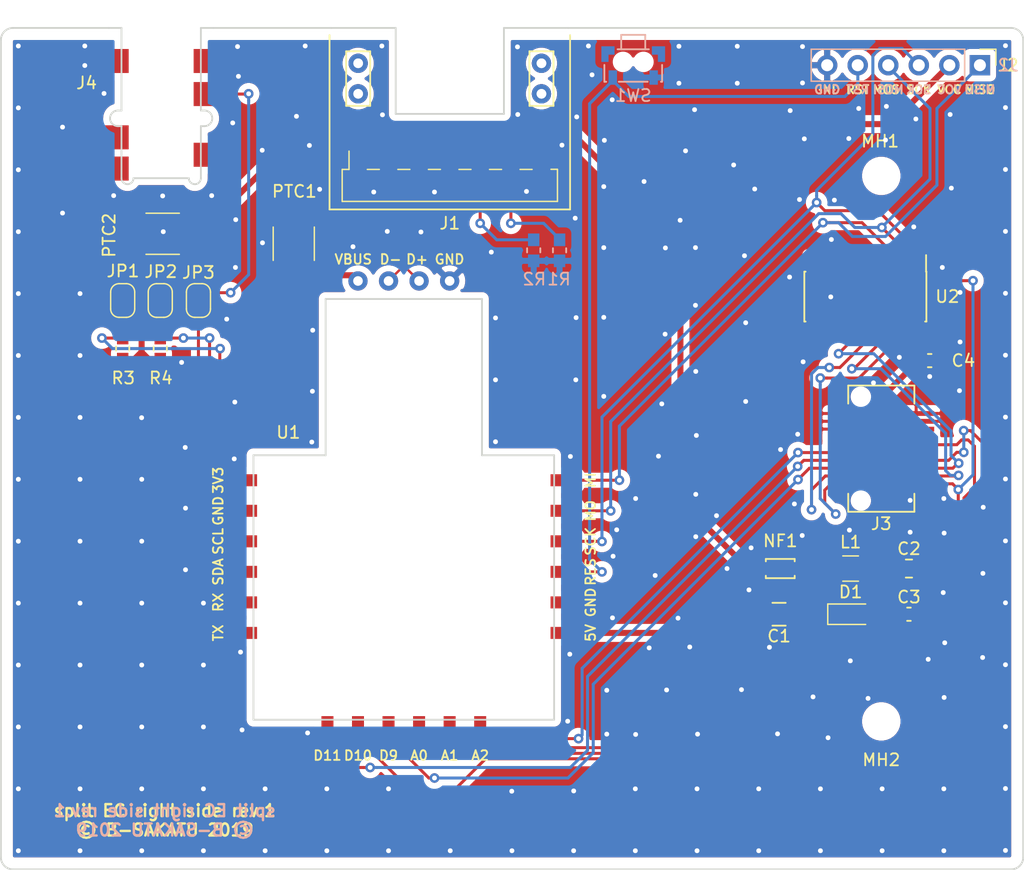
<source format=kicad_pcb>
(kicad_pcb (version 20171130) (host pcbnew "(5.1.0-0)")
  (layers (0 F.Cu signal) (31 B.Cu signal) (34 B.Paste user) (35 F.Paste user hide) (36 B.SilkS user) (37 F.SilkS user) (38 B.Mask user) (39 F.Mask user hide) (44 Edge.Cuts user))
  (net 0 "")
  (net 1 "Net-(C1-Pad1)")
  (net 2 GND)
  (net 3 AVCC)
  (net 4 KEY)
  (net 5 ENABLE)
  (net 6 PREV)
  (net 7 ROW_A)
  (net 8 ROW_B)
  (net 9 ROW_C)
  (net 10 COL_B)
  (net 11 COL_C)
  (net 12 COL_A)
  (net 13 VCC)
  (net 14 COL_0)
  (net 15 COL_1)
  (net 16 COL_2)
  (net 17 COL_3)
  (net 18 "Net-(U2-Pad7)")
  (net 19 "Net-(U2-Pad9)")
  (net 20 "Net-(U2-Pad10)")
  (net 21 /D+)
  (net 22 /CC1)
  (net 23 /D-)
  (net 24 /CC2)
  (net 25 ~RST)
  (net 26 LED)
  (net 27 SCL)
  (net 28 SDA)
  (net 29 DATA)
  (net 30 "Net-(PTC1-Pad2)")
  (net 31 "Net-(U1-Pad2)")
  (net 32 "Net-(U1-Pad1)")
  (net 33 "Net-(U2-Pad11)")
  (net 34 VBUS)
  (net 35 "Net-(J3-Pad9)")
  (net 36 "Net-(J4-PadR1N)")
  (net 37 "Net-(J4-PadR1)")
  (net 38 "Net-(J4-PadT1N)")
  (net 39 "Net-(J4-PadT)")
  (net 40 "Net-(J4-PadR2)")
  (module bsakatu_parts:NF_YFF21_HandSoldering (layer F.Cu) (at 136.05 84.975)
    (fp_text reference NF1 (at 0 -2.3) (layer F.SilkS))
    (fp_text value YFF21PC1E104MT000N hide)
    (pad 2 smd rect (at 0 0.825) (size 0.5 0.95) (layers F.Cu F.Paste F.Mask) (net 2 GND))
    (pad 2 smd rect (at 0 -0.825) (size 0.5 0.95) (layers F.Cu F.Paste F.Mask) (net 2 GND))
    (pad 3 smd rect (at 1.2 0) (size 1 1.4) (layers F.Cu F.Paste F.Mask) (net 1 "Net-(C1-Pad1)"))
    (pad 1 smd rect (at -1.2 0) (size 1 1.4) (layers F.Cu F.Paste F.Mask) (net 13 VCC))
    (pad 2 smd rect (at 0 0) (size 0.25 2) (layers F.Cu) (net 2 GND))
    (pad 2 smd rect (at 0 0) (size 0.5 0.7) (layers F.Cu) (net 2 GND))
  )
  (module bsakatu_parts:Module_BeetleUSB_soldered_with_L-shape-PinHeader (layer F.Cu) (at 104.75 85.25)
    (fp_text reference U1 (at -9.6 -11.6) (layer F.SilkS))
    (fp_text value BeetleUSB_with_USB)
    (fp_text user 3V3 (at -15.433 -7.62 90) (layer F.SilkS) (effects (font (size 0.8 0.8))))
    (fp_text user GND (at -15.433 -5.08 90) (layer F.SilkS) (effects (font (size 0.8 0.8))))
    (fp_line (start 6.5 -9.7) (end 12.5 -9.7) (layer Edge.Cuts) (width 0.15))
    (fp_line (start 6.5 -22.7) (end 6.5 -9.7) (layer Edge.Cuts) (width 0.15))
    (fp_line (start -6.5 -22.7) (end 6.5 -22.7) (layer Edge.Cuts) (width 0.15))
    (fp_line (start -6.5 -9.7) (end -6.5 -22.7) (layer Edge.Cuts) (width 0.15))
    (fp_line (start -12.5 -9.7) (end -6.5 -9.7) (layer Edge.Cuts) (width 0.15))
    (fp_line (start -12.5 12.3) (end -12.5 -9.7) (layer Edge.Cuts) (width 0.15))
    (fp_line (start 12.5 12.3) (end -12.5 12.3) (layer Edge.Cuts) (width 0.15))
    (fp_line (start 12.5 12.3) (end 12.5 -9.7) (layer Edge.Cuts) (width 0.15))
    (fp_text user D+ (at 1.1 -26) (layer F.SilkS) (effects (font (size 0.8 0.8))))
    (fp_text user D- (at -1.1 -26) (layer F.SilkS) (effects (font (size 0.8 0.8))))
    (fp_text user VBUS (at -4.2 -26) (layer F.SilkS) (effects (font (size 0.8 0.8))))
    (fp_text user GND (at 3.8 -26) (layer F.SilkS) (effects (font (size 0.8 0.8))))
    (fp_text user SCL (at -15.433 -2.54 90) (layer F.SilkS) (effects (font (size 0.8 0.8))))
    (fp_text user SDA (at -15.433 0 90) (layer F.SilkS) (effects (font (size 0.8 0.8))))
    (fp_text user RX (at -15.433 2.54 90) (layer F.SilkS) (effects (font (size 0.8 0.8))))
    (fp_text user TX (at -15.433 5.08 90) (layer F.SilkS) (effects (font (size 0.8 0.8))))
    (fp_text user MI (at 15.533 -7.62 90) (layer F.SilkS) (effects (font (size 0.8 0.8))))
    (fp_text user MO (at 15.533 -5.08 90) (layer F.SilkS) (effects (font (size 0.8 0.8))))
    (fp_text user SCK (at 15.533 -2.54 90) (layer F.SilkS) (effects (font (size 0.8 0.8))))
    (fp_text user RES (at 15.533 0 90) (layer F.SilkS) (effects (font (size 0.8 0.8))))
    (fp_text user GND (at 15.533 2.54 90) (layer F.SilkS) (effects (font (size 0.8 0.8))))
    (fp_text user 5V (at 15.533 5.08 90) (layer F.SilkS) (effects (font (size 0.8 0.8))))
    (fp_text user D11 (at -6.35 15.279) (layer F.SilkS) (effects (font (size 0.8 0.8))))
    (fp_text user D10 (at -3.81 15.279) (layer F.SilkS) (effects (font (size 0.8 0.8))))
    (fp_text user D9 (at -1.27 15.279) (layer F.SilkS) (effects (font (size 0.8 0.8))))
    (fp_text user A0 (at 1.27 15.279) (layer F.SilkS) (effects (font (size 0.8 0.8))))
    (fp_text user A1 (at 3.81 15.279) (layer F.SilkS) (effects (font (size 0.8 0.8))))
    (fp_text user A2 (at 6.35 15.279) (layer F.SilkS) (effects (font (size 0.8 0.8))))
    (pad 1 smd rect (at -13.35 -7.62) (size 2.3 1) (layers F.Cu F.Paste F.Mask) (net 32 "Net-(U1-Pad1)"))
    (pad 2 smd rect (at -13.35 -5.08) (size 2.3 1) (layers F.Cu F.Paste F.Mask) (net 31 "Net-(U1-Pad2)"))
    (pad 18 smd rect (at 13.35 -7.62) (size 2.3 1) (layers F.Cu F.Paste F.Mask) (net 11 COL_C))
    (pad 17 smd rect (at 13.35 -5.08) (size 2.3 1) (layers F.Cu F.Paste F.Mask) (net 10 COL_B))
    (pad 16 smd rect (at 13.35 -2.54) (size 2.3 1) (layers F.Cu F.Paste F.Mask) (net 12 COL_A))
    (pad 15 smd rect (at 13.35 0) (size 2.3 1) (layers F.Cu F.Paste F.Mask) (net 25 ~RST))
    (pad 14 smd rect (at 13.35 2.54) (size 2.3 1) (layers F.Cu F.Paste F.Mask) (net 2 GND))
    (pad 13 smd rect (at 13.35 5.08) (size 2.3 1) (layers F.Cu F.Paste F.Mask) (net 13 VCC))
    (pad 7 smd rect (at -6.35 13.15) (size 1 2.3) (layers F.Cu F.Paste F.Mask) (net 9 ROW_C))
    (pad 8 smd rect (at -3.81 13.15) (size 1 2.3) (layers F.Cu F.Paste F.Mask) (net 8 ROW_B))
    (pad 9 smd rect (at -1.27 13.15) (size 1 2.3) (layers F.Cu F.Paste F.Mask) (net 7 ROW_A))
    (pad 10 smd rect (at 1.27 13.15) (size 1 2.3) (layers F.Cu F.Paste F.Mask) (net 6 PREV))
    (pad 11 smd rect (at 3.81 13.15) (size 1 2.3) (layers F.Cu F.Paste F.Mask) (net 5 ENABLE))
    (pad 6 smd rect (at -13.35 5.08) (size 2.3 1) (layers F.Cu F.Paste F.Mask) (net 26 LED))
    (pad 5 smd rect (at -13.35 2.54) (size 2.3 1) (layers F.Cu F.Paste F.Mask) (net 29 DATA))
    (pad 4 smd rect (at -13.35 0) (size 2.3 1) (layers F.Cu F.Paste F.Mask) (net 28 SDA))
    (pad 19 thru_hole circle (at 3.81 -24.2) (size 1.6 1.6) (drill 0.8) (layers *.Cu *.Mask) (net 2 GND))
    (pad 20 thru_hole circle (at 1.27 -24.2) (size 1.6 1.6) (drill 0.8) (layers *.Cu *.Mask) (net 21 /D+))
    (pad 21 thru_hole circle (at -1.27 -24.2) (size 1.6 1.6) (drill 0.8) (layers *.Cu *.Mask) (net 23 /D-))
    (pad 22 thru_hole circle (at -3.81 -24.2) (size 1.6 1.6) (drill 0.8) (layers *.Cu *.Mask) (net 30 "Net-(PTC1-Pad2)"))
    (pad 3 smd rect (at -13.35 -2.54) (size 2.3 1) (layers F.Cu F.Paste F.Mask) (net 27 SCL))
    (pad 12 smd rect (at 6.35 13.15) (size 1 2.3) (layers F.Cu F.Paste F.Mask) (net 4 KEY))
  )
  (module bsakatu_parts:Jack_3.5mm_CUI_SJ-43504-SMT_Horizontal (layer F.Cu) (at 84.575 40)
    (fp_text reference J4 (at -6.2 4.575) (layer F.SilkS))
    (fp_text value "TRRS jack")
    (fp_line (start 3.3 0) (end 4.35 0) (layer Edge.Cuts) (width 0.15))
    (fp_line (start -3.3 0) (end -4.35 0) (layer Edge.Cuts) (width 0.15))
    (fp_line (start 3.3 0) (end 3.3 6.87) (layer Edge.Cuts) (width 0.15))
    (fp_line (start -3.3 0) (end -3.3 6.87) (layer Edge.Cuts) (width 0.15))
    (fp_line (start -2.3 12.5) (end 2.3 12.5) (layer Edge.Cuts) (width 0.15))
    (fp_arc (start -2.8 12.5) (end -2.3 12.5) (angle 180) (layer Edge.Cuts) (width 0.15))
    (fp_arc (start 2.8 12.5) (end 3.3 12.5) (angle 180) (layer Edge.Cuts) (width 0.15))
    (fp_arc (start 3.6 7.52) (end 3.6 6.87) (angle 180) (layer Edge.Cuts) (width 0.15))
    (fp_line (start 3.3 6.87) (end 3.6 6.87) (layer Edge.Cuts) (width 0.15))
    (fp_line (start 3.3 8.17) (end 3.6 8.17) (layer Edge.Cuts) (width 0.15))
    (fp_line (start 3.3 8.17) (end 3.3 12.5) (layer Edge.Cuts) (width 0.15))
    (fp_line (start -3.6 6.87) (end -3.3 6.87) (layer Edge.Cuts) (width 0.15))
    (fp_line (start -3.3 8.17) (end -3.3 12.5) (layer Edge.Cuts) (width 0.15))
    (fp_line (start -3.6 8.17) (end -3.3 8.17) (layer Edge.Cuts) (width 0.15))
    (fp_arc (start -3.6 7.52) (end -3.6 6.87) (angle -180) (layer Edge.Cuts) (width 0.15))
    (pad R2 smd rect (at -4 2.75) (size 2.6 2) (layers F.Cu F.Paste F.Mask) (net 40 "Net-(J4-PadR2)"))
    (pad T smd rect (at -4 9.1) (size 2.6 2) (layers F.Cu F.Paste F.Mask) (net 39 "Net-(J4-PadT)"))
    (pad T1N smd rect (at -4 11.7) (size 2.6 2) (layers F.Cu F.Paste F.Mask) (net 38 "Net-(J4-PadT1N)"))
    (pad S smd rect (at 4 2.75) (size 2.6 2) (layers F.Cu F.Paste F.Mask) (net 2 GND))
    (pad R1 smd rect (at 4 5.5) (size 2.6 2) (layers F.Cu F.Paste F.Mask) (net 37 "Net-(J4-PadR1)"))
    (pad R1N smd rect (at 4 10.55) (size 2.6 2) (layers F.Cu F.Paste F.Mask) (net 36 "Net-(J4-PadR1N)"))
  )
  (module bsakatu_parts:C_1206_3216Metric_Pad1.42x1.75mm_HandSolder (layer F.Cu) (at 135.95 88.775 180)
    (fp_text reference C1 (at 0 -1.82 180) (layer F.SilkS))
    (fp_text value 10u)
    (pad 2 smd rect (at 1.4875 0 180) (size 1.425 1.75) (layers F.Cu F.Paste F.Mask) (net 2 GND))
    (pad 1 smd rect (at -1.4875 0 180) (size 1.425 1.75) (layers F.Cu F.Paste F.Mask) (net 1 "Net-(C1-Pad1)"))
  )
  (module bsakatu_parts:C_0805_2012Metric_Pad1.15x1.40mm_HandSolder (layer F.Cu) (at 146.75 84.975)
    (fp_text reference C2 (at 0 -1.65) (layer F.SilkS))
    (fp_text value 22u)
    (pad 2 smd rect (at 1.025 0) (size 1.15 1.4) (layers F.Cu F.Paste F.Mask) (net 2 GND))
    (pad 1 smd rect (at -1.025 0) (size 1.15 1.4) (layers F.Cu F.Paste F.Mask) (net 3 AVCC))
  )
  (module bsakatu_parts:C_0603_1608Metric_Pad1.05x0.95mm_HandSolder (layer F.Cu) (at 146.75 88.775)
    (fp_text reference C3 (at 0 -1.43) (layer F.SilkS))
    (fp_text value 0.1u)
    (pad 1 smd rect (at -0.875 0) (size 1.05 0.95) (layers F.Cu F.Paste F.Mask) (net 3 AVCC))
    (pad 2 smd rect (at 0.875 0) (size 1.05 0.95) (layers F.Cu F.Paste F.Mask) (net 2 GND))
  )
  (module bsakatu_parts:C_0603_1608Metric_Pad1.05x0.95mm_HandSolder (layer F.Cu) (at 148.475 67.675)
    (fp_text reference C4 (at 2.8 0) (layer F.SilkS))
    (fp_text value 0.1u)
    (pad 2 smd rect (at 0.875 0) (size 1.05 0.95) (layers F.Cu F.Paste F.Mask) (net 2 GND))
    (pad 1 smd rect (at -0.875 0) (size 1.05 0.95) (layers F.Cu F.Paste F.Mask) (net 3 AVCC))
  )
  (module bsakatu_parts:D_SOD-323_HandSoldering (layer F.Cu) (at 141.9 88.775)
    (fp_text reference D1 (at 0 -1.85) (layer F.SilkS))
    (fp_text value 1SS352)
    (pad 2 smd rect (at 1.25 0) (size 1 1) (layers F.Cu F.Paste F.Mask) (net 3 AVCC))
    (pad 1 smd rect (at -1.25 0) (size 1 1) (layers F.Cu F.Paste F.Mask) (net 1 "Net-(C1-Pad1)"))
  )
  (module "bsakatu_parts:DF15(3.2)-20DP-0.65V(56)_BracketLess" (layer F.Cu) (at 144.45 75 180)
    (fp_text reference J3 (at 0 -6.25 180) (layer F.SilkS))
    (fp_text value "DF15(3.2)-20DP-0.65V(56)")
    (pad 1 smd rect (at -2.9 -2.925 180) (size 3 0.4) (layers F.Cu F.Paste F.Mask) (net 5 ENABLE))
    (pad 2 smd rect (at 2.9 -2.925 180) (size 3 0.4) (layers F.Cu F.Paste F.Mask) (net 14 COL_0))
    (pad 3 smd rect (at -2.9 -2.275 180) (size 3 0.4) (layers F.Cu F.Paste F.Mask) (net 15 COL_1))
    (pad 4 smd rect (at 2.9 -2.275 180) (size 3 0.4) (layers F.Cu F.Paste F.Mask) (net 16 COL_2))
    (pad 5 smd rect (at -2.9 -1.625 180) (size 3 0.4) (layers F.Cu F.Paste F.Mask) (net 17 COL_3))
    (pad 6 smd rect (at 2.9 -1.625 180) (size 3 0.4) (layers F.Cu F.Paste F.Mask) (net 7 ROW_A))
    (pad 7 smd rect (at -2.9 -0.975 180) (size 3 0.4) (layers F.Cu F.Paste F.Mask) (net 8 ROW_B))
    (pad 8 smd rect (at 2.9 -0.975 180) (size 3 0.4) (layers F.Cu F.Paste F.Mask) (net 9 ROW_C))
    (pad 9 smd rect (at -2.9 -0.325 180) (size 3 0.4) (layers F.Cu F.Paste F.Mask) (net 35 "Net-(J3-Pad9)"))
    (pad 10 smd rect (at 2.9 -0.325 180) (size 3 0.4) (layers F.Cu F.Paste F.Mask) (net 4 KEY))
    (pad 11 smd rect (at -2.9 0.325 180) (size 3 0.4) (layers F.Cu F.Paste F.Mask) (net 6 PREV))
    (pad 12 smd rect (at 2.9 0.325 180) (size 3 0.4) (layers F.Cu F.Paste F.Mask) (net 3 AVCC))
    (pad 13 smd rect (at -2.9 0.975 180) (size 3 0.4) (layers F.Cu F.Paste F.Mask) (net 3 AVCC))
    (pad 14 smd rect (at 2.9 0.975 180) (size 3 0.4) (layers F.Cu F.Paste F.Mask) (net 3 AVCC))
    (pad 15 smd rect (at -2.9 1.625 180) (size 3 0.4) (layers F.Cu F.Paste F.Mask) (net 3 AVCC))
    (pad 16 smd rect (at 2.9 1.625 180) (size 3 0.4) (layers F.Cu F.Paste F.Mask) (net 2 GND))
    (pad 17 smd rect (at -2.9 2.275 180) (size 3 0.4) (layers F.Cu F.Paste F.Mask) (net 2 GND))
    (pad 18 smd rect (at 2.9 2.275 180) (size 3 0.4) (layers F.Cu F.Paste F.Mask) (net 2 GND))
    (pad 19 smd rect (at -2.9 2.925 180) (size 3 0.4) (layers F.Cu F.Paste F.Mask) (net 2 GND))
    (pad 20 smd rect (at 2.9 2.925 180) (size 3 0.4) (layers F.Cu F.Paste F.Mask) (net 2 GND))
    (pad "" np_thru_hole circle (at 1.7 4.325 180) (size 0.7 0.7) (drill 0.7) (layers *.Cu *.Mask))
    (pad "" np_thru_hole circle (at 1.7 -4.325 180) (size 0.7 0.7) (drill 0.7) (layers *.Cu *.Mask))
  )
  (module Jumper:SolderJumper-2_P1.3mm_Open_RoundedPad1.0x1.5mm (layer F.Cu) (at 81.375 62.675 90)
    (fp_text reference JP1 (at 2.45 0.025 180) (layer F.SilkS))
    (fp_text value SolderJumper_2_Open)
    (pad 1 smd custom (at -0.65 0 90) (size 1 0.5) (layers F.Cu F.Mask) (net 27 SCL) (options (clearance outline) (anchor rect)) (primitives (gr_circle (center 0 0.25) (end 0.5 0.25) (width 0)) (gr_circle (center 0 -0.25) (end 0.5 -0.25) (width 0)) (gr_poly (pts (xy 0 -0.75) (xy 0.5 -0.75) (xy 0.5 0.75) (xy 0 0.75)) (width 0))))
    (pad 2 smd custom (at 0.65 0 90) (size 1 0.5) (layers F.Cu F.Mask) (net 40 "Net-(J4-PadR2)") (options (clearance outline) (anchor rect)) (primitives (gr_circle (center 0 0.25) (end 0.5 0.25) (width 0)) (gr_circle (center 0 -0.25) (end 0.5 -0.25) (width 0)) (gr_poly (pts (xy 0 -0.75) (xy -0.5 -0.75) (xy -0.5 0.75) (xy 0 0.75)) (width 0))))
  )
  (module Jumper:SolderJumper-2_P1.3mm_Open_RoundedPad1.0x1.5mm (layer F.Cu) (at 84.5 62.675 90)
    (fp_text reference JP2 (at 2.4 0.05 180) (layer F.SilkS))
    (fp_text value SolderJumper_2_Open)
    (pad 2 smd custom (at 0.65 0 90) (size 1 0.5) (layers F.Cu F.Mask) (net 37 "Net-(J4-PadR1)") (options (clearance outline) (anchor rect)) (primitives (gr_circle (center 0 0.25) (end 0.5 0.25) (width 0)) (gr_circle (center 0 -0.25) (end 0.5 -0.25) (width 0)) (gr_poly (pts (xy 0 -0.75) (xy -0.5 -0.75) (xy -0.5 0.75) (xy 0 0.75)) (width 0))))
    (pad 1 smd custom (at -0.65 0 90) (size 1 0.5) (layers F.Cu F.Mask) (net 28 SDA) (options (clearance outline) (anchor rect)) (primitives (gr_circle (center 0 0.25) (end 0.5 0.25) (width 0)) (gr_circle (center 0 -0.25) (end 0.5 -0.25) (width 0)) (gr_poly (pts (xy 0 -0.75) (xy 0.5 -0.75) (xy 0.5 0.75) (xy 0 0.75)) (width 0))))
  )
  (module Jumper:SolderJumper-2_P1.3mm_Bridged_RoundedPad1.0x1.5mm (layer F.Cu) (at 87.675 62.675 90)
    (fp_text reference JP3 (at 2.325 0 180) (layer F.SilkS))
    (fp_text value SolderJumper_2_Open)
    (fp_poly (pts (xy 0.25 -0.3) (xy -0.25 -0.3) (xy -0.25 0.3) (xy 0.25 0.3)) (layer F.Cu) (width 0))
    (pad 2 smd custom (at 0.65 0 90) (size 1 0.5) (layers F.Cu F.Mask) (net 37 "Net-(J4-PadR1)") (options (clearance outline) (anchor rect)) (primitives (gr_circle (center 0 0.25) (end 0.5 0.25) (width 0)) (gr_circle (center 0 -0.25) (end 0.5 -0.25) (width 0)) (gr_poly (pts (xy 0 -0.75) (xy -0.5 -0.75) (xy -0.5 0.75) (xy 0 0.75)) (width 0))))
    (pad 1 smd custom (at -0.65 0 90) (size 1 0.5) (layers F.Cu F.Mask) (net 29 DATA) (options (clearance outline) (anchor rect)) (primitives (gr_circle (center 0 0.25) (end 0.5 0.25) (width 0)) (gr_circle (center 0 -0.25) (end 0.5 -0.25) (width 0)) (gr_poly (pts (xy 0 -0.75) (xy 0.5 -0.75) (xy 0.5 0.75) (xy 0 0.75)) (width 0))))
  )
  (module bsakatu_parts:L_Yuden_LB-2518_HandSolder (layer F.Cu) (at 141.9 84.975)
    (fp_text reference L1 (at 0 -2.2) (layer F.SilkS))
    (fp_text value LBR2518T470K)
    (pad 1 smd rect (at -1.25 0) (size 1 2.1) (layers F.Cu F.Paste F.Mask) (net 1 "Net-(C1-Pad1)"))
    (pad 2 smd rect (at 1.25 0) (size 1 2.1) (layers F.Cu F.Paste F.Mask) (net 3 AVCC))
  )
  (module MountingHole:MountingHole_2.2mm_M2 (layer F.Cu) (at 144.45 52.31 180)
    (fp_text reference MH1 (at 0.1 2.885 180) (layer F.SilkS))
    (fp_text value MountingHole)
    (pad 1 np_thru_hole circle (at 0 0 180) (size 2.2 2.2) (drill 2.2) (layers *.Cu *.Mask))
  )
  (module MountingHole:MountingHole_2.2mm_M2 (layer F.Cu) (at 144.45 97.69 180)
    (fp_text reference MH2 (at 0 -3.2 180) (layer F.SilkS))
    (fp_text value MountingHole)
    (pad 1 np_thru_hole circle (at 0 0 180) (size 2.2 2.2) (drill 2.2) (layers *.Cu *.Mask))
  )
  (module bsakatu_parts:PTC_0ZCG_1812_4532 (layer F.Cu) (at 95.6 57.95 270)
    (fp_text reference PTC1 (at -4.35 -0.05) (layer F.SilkS))
    (fp_text value 0ZCG0050AF2C hide)
    (pad 2 smd roundrect (at 2.615 0 270) (size 1.78 3.5) (layers F.Cu F.Paste F.Mask) (roundrect_rratio 0.192) (net 30 "Net-(PTC1-Pad2)"))
    (pad 1 smd roundrect (at -2.615 0 270) (size 1.78 3.5) (layers F.Cu F.Paste F.Mask) (roundrect_rratio 0.192) (net 34 VBUS))
  )
  (module bsakatu_parts:PTC_0ZCG_1812_4532 (layer F.Cu) (at 84.7 57.125 180)
    (fp_text reference PTC2 (at 4.45 -0.125 270) (layer F.SilkS))
    (fp_text value 0ZCG0050AF2C hide)
    (pad 2 smd roundrect (at 2.615 0 180) (size 1.78 3.5) (layers F.Cu F.Paste F.Mask) (roundrect_rratio 0.192) (net 39 "Net-(J4-PadT)"))
    (pad 1 smd roundrect (at -2.615 0 180) (size 1.78 3.5) (layers F.Cu F.Paste F.Mask) (roundrect_rratio 0.192) (net 13 VCC))
  )
  (module bsakatu_parts:R_SMD_0603_1608_HandSolder (layer B.Cu) (at 117.7 58.5 90)
    (fp_text reference R1 (at -2.4 -0.05 -180) (layer B.SilkS) (effects (justify mirror)))
    (fp_text value 5.1k)
    (pad 1 smd rect (at -0.875 0 90) (size 1.05 0.95) (layers B.Cu B.Paste B.Mask) (net 2 GND))
    (pad 2 smd rect (at 0.875 0 90) (size 1.05 0.95) (layers B.Cu B.Paste B.Mask) (net 24 /CC2))
  )
  (module bsakatu_parts:R_SMD_0603_1608_HandSolder (layer B.Cu) (at 115.55 58.5 90)
    (fp_text reference R2 (at -2.4 0.05 -180) (layer B.SilkS) (effects (justify mirror)))
    (fp_text value 5.1k)
    (pad 2 smd rect (at 0.875 0 90) (size 1.05 0.95) (layers B.Cu B.Paste B.Mask) (net 22 /CC1))
    (pad 1 smd rect (at -0.875 0 90) (size 1.05 0.95) (layers B.Cu B.Paste B.Mask) (net 2 GND))
  )
  (module bsakatu_parts:R_SMD_0603_1608_HandSolder (layer F.Cu) (at 81.375 66.675 90)
    (fp_text reference R3 (at -2.45 0.05) (layer F.SilkS))
    (fp_text value 4.7k)
    (pad 2 smd rect (at 0.875 0 90) (size 1.05 0.95) (layers F.Cu F.Paste F.Mask) (net 27 SCL))
    (pad 1 smd rect (at -0.875 0 90) (size 1.05 0.95) (layers F.Cu F.Paste F.Mask) (net 13 VCC))
  )
  (module bsakatu_parts:R_SMD_0603_1608_HandSolder (layer F.Cu) (at 84.5 66.675 90)
    (fp_text reference R4 (at -2.45 0.05) (layer F.SilkS))
    (fp_text value 4.7k)
    (pad 1 smd rect (at -0.875 0 90) (size 1.05 0.95) (layers F.Cu F.Paste F.Mask) (net 13 VCC))
    (pad 2 smd rect (at 0.875 0 90) (size 1.05 0.95) (layers F.Cu F.Paste F.Mask) (net 28 SDA))
  )
  (module bsakatu_parts:SW_SPST_4.4x1.8x3.8mm_plastic-pin (layer B.Cu) (at 123.825 42.825)
    (fp_text reference SW1 (at 0 2.8) (layer B.SilkS) (effects (justify mirror)))
    (fp_text value SW_Push)
    (pad "" smd custom (at 2.1 -0.95) (size 1.1 0.7) (layers B.Cu B.Paste B.Mask) (options (clearance outline) (anchor rect)) (primitives (gr_poly (pts (xy 0.55 0.35) (xy 0.55 0.95) (xy -0.05 0.95) (xy -0.05 0.35)) (width 0))))
    (pad 2 smd rect (at 1.7 1.3) (size 0.7 1.2) (layers B.Cu B.Paste B.Mask) (net 2 GND))
    (pad "" np_thru_hole circle (at 0.85 0) (size 0.7 0.7) (drill 0.7) (layers *.Cu *.Mask))
    (pad "" np_thru_hole circle (at -0.85 0) (size 0.7 0.7) (drill 0.7) (layers *.Cu *.Mask))
    (pad 1 smd rect (at -1.7 1.3) (size 0.7 1.2) (layers B.Cu B.Paste B.Mask) (net 25 ~RST))
    (pad "" smd custom (at -2.1 -0.95) (size 1.1 0.7) (layers B.Cu B.Paste B.Mask) (options (clearance outline) (anchor rect)) (primitives (gr_poly (pts (xy -0.55 0.35) (xy -0.55 0.95) (xy 0.05 0.95) (xy 0.05 0.35)) (width 0))))
  )
  (module Package_SO:SOIC-16_3.9x9.9mm_P1.27mm (layer F.Cu) (at 143.125 62.35 270)
    (fp_text reference U2 (at 0 -6.825) (layer F.SilkS))
    (fp_text value 74LS138)
    (pad 1 smd rect (at -2.7 -4.445 270) (size 1.5 0.6) (layers F.Cu F.Paste F.Mask) (net 12 COL_A))
    (pad 2 smd rect (at -2.7 -3.175 270) (size 1.5 0.6) (layers F.Cu F.Paste F.Mask) (net 10 COL_B))
    (pad 3 smd rect (at -2.7 -1.905 270) (size 1.5 0.6) (layers F.Cu F.Paste F.Mask) (net 11 COL_C))
    (pad 4 smd rect (at -2.7 -0.635 270) (size 1.5 0.6) (layers F.Cu F.Paste F.Mask) (net 5 ENABLE))
    (pad 5 smd rect (at -2.7 0.635 270) (size 1.5 0.6) (layers F.Cu F.Paste F.Mask) (net 2 GND))
    (pad 6 smd rect (at -2.7 1.905 270) (size 1.5 0.6) (layers F.Cu F.Paste F.Mask) (net 3 AVCC))
    (pad 7 smd rect (at -2.7 3.175 270) (size 1.5 0.6) (layers F.Cu F.Paste F.Mask) (net 18 "Net-(U2-Pad7)"))
    (pad 8 smd rect (at -2.7 4.445 270) (size 1.5 0.6) (layers F.Cu F.Paste F.Mask) (net 2 GND))
    (pad 9 smd rect (at 2.7 4.445 270) (size 1.5 0.6) (layers F.Cu F.Paste F.Mask) (net 19 "Net-(U2-Pad9)"))
    (pad 10 smd rect (at 2.7 3.175 270) (size 1.5 0.6) (layers F.Cu F.Paste F.Mask) (net 20 "Net-(U2-Pad10)"))
    (pad 11 smd rect (at 2.7 1.905 270) (size 1.5 0.6) (layers F.Cu F.Paste F.Mask) (net 33 "Net-(U2-Pad11)"))
    (pad 12 smd rect (at 2.7 0.635 270) (size 1.5 0.6) (layers F.Cu F.Paste F.Mask) (net 17 COL_3))
    (pad 13 smd rect (at 2.7 -0.635 270) (size 1.5 0.6) (layers F.Cu F.Paste F.Mask) (net 16 COL_2))
    (pad 14 smd rect (at 2.7 -1.905 270) (size 1.5 0.6) (layers F.Cu F.Paste F.Mask) (net 15 COL_1))
    (pad 15 smd rect (at 2.7 -3.175 270) (size 1.5 0.6) (layers F.Cu F.Paste F.Mask) (net 14 COL_0))
    (pad 16 smd rect (at 2.7 -4.445 270) (size 1.5 0.6) (layers F.Cu F.Paste F.Mask) (net 3 AVCC))
  )
  (module bsakatu_parts:USB_C_AE-USB2.0-TYPE-C_soldered_with_L-shape-PinHeader (layer F.Cu) (at 108.575 53.1)
    (fp_text reference J1 (at 0 3.15) (layer F.SilkS))
    (fp_text value AE-USB2.0-TYPE-C)
    (fp_line (start -4.5 -5.95) (end 4.5 -5.95) (layer Edge.Cuts) (width 0.15))
    (fp_line (start 4.5 -5.95) (end 4.5 -13.1) (layer Edge.Cuts) (width 0.15))
    (fp_line (start -4.5 -5.95) (end -4.5 -13.1) (layer Edge.Cuts) (width 0.15))
    (fp_line (start -4.5 -13.1) (end -9.85 -13.1) (layer Edge.Cuts) (width 0.15))
    (fp_line (start 4.5 -13.1) (end 9.85 -13.1) (layer Edge.Cuts) (width 0.15))
    (pad 1 smd rect (at -7.62 -1.655 90) (size 2.51 1) (layers F.Cu F.Paste F.Mask) (net 34 VBUS))
    (pad 3 smd rect (at -2.54 -1.655 90) (size 2.51 1) (layers F.Cu F.Paste F.Mask) (net 21 /D+))
    (pad 5 smd rect (at 2.54 -1.655 90) (size 2.51 1) (layers F.Cu F.Paste F.Mask) (net 22 /CC1))
    (pad 7 smd rect (at 7.62 -1.655 90) (size 2.51 1) (layers F.Cu F.Paste F.Mask) (net 2 GND))
    (pad 2 smd rect (at -5.08 -1.655 90) (size 2.51 1) (layers F.Cu F.Paste F.Mask) (net 23 /D-))
    (pad 4 smd rect (at 0 -1.655 90) (size 2.51 1) (layers F.Cu F.Paste F.Mask) (net 2 GND))
    (pad 6 smd rect (at 5.08 -1.655 90) (size 2.51 1) (layers F.Cu F.Paste F.Mask) (net 24 /CC2))
    (pad "" thru_hole circle (at -7.62 -7.62) (size 1.6 1.6) (drill 0.8) (layers *.Cu *.Mask))
    (pad "" thru_hole circle (at -7.62 -10.16) (size 1.6 1.6) (drill 0.8) (layers *.Cu *.Mask))
    (pad "" thru_hole circle (at 7.62 -7.62) (size 1.6 1.6) (drill 0.8) (layers *.Cu *.Mask))
    (pad "" thru_hole circle (at 7.62 -10.16) (size 1.6 1.6) (drill 0.8) (layers *.Cu *.Mask))
    (pad "" thru_hole circle (at -7.62 -7.62 180) (size 1.6 1.6) (drill 0.8) (layers *.Cu *.Mask))
    (pad "" thru_hole circle (at -7.62 -10.16 180) (size 1.6 1.6) (drill 0.8) (layers *.Cu *.Mask))
    (pad "" thru_hole circle (at 7.62 -7.62 180) (size 1.6 1.6) (drill 0.8) (layers *.Cu *.Mask))
    (pad "" thru_hole circle (at 7.62 -10.16 180) (size 1.6 1.6) (drill 0.8) (layers *.Cu *.Mask))
  )
  (module bsakatu_parts:Connector_AVR-ISP-6_6x1_Reversible (layer F.Cu) (at 152.65 43.1 270)
    (fp_text reference J2 (at 0 -2.35 180) (layer F.SilkS))
    (fp_text value AVR-ISP-6)
    (fp_text user VCC (at 2.032 2.54) (layer B.SilkS) (effects (font (size 0.7 0.7)) (justify mirror)))
    (fp_text user GND (at 2.032 12.7) (layer B.SilkS) (effects (font (size 0.7 0.7)) (justify mirror)))
    (fp_text user RST (at 2.032 10.16) (layer B.SilkS) (effects (font (size 0.7 0.7)) (justify mirror)))
    (fp_text user MISO (at 2.032 0) (layer B.SilkS) (effects (font (size 0.7 0.7)) (justify mirror)))
    (fp_text user SCK (at 2.032 5.08) (layer B.SilkS) (effects (font (size 0.7 0.7)) (justify mirror)))
    (fp_text user MOSI (at 2.032 7.62) (layer B.SilkS) (effects (font (size 0.7 0.7)) (justify mirror)))
    (fp_text user MISO (at 2.032 0) (layer F.SilkS) (effects (font (size 0.7 0.7))))
    (fp_text user VCC (at 2.032 2.54) (layer F.SilkS) (effects (font (size 0.7 0.7))))
    (fp_text user SCK (at 2.032 5.08) (layer F.SilkS) (effects (font (size 0.7 0.7))))
    (fp_text user MOSI (at 2.032 7.62) (layer F.SilkS) (effects (font (size 0.7 0.7))))
    (fp_text user RST (at 2.032 10.16) (layer F.SilkS) (effects (font (size 0.7 0.7))))
    (fp_text user GND (at 2.032 12.7) (layer F.SilkS) (effects (font (size 0.7 0.7))))
    (fp_text user %R (at 0 -2.35 180) (layer B.SilkS) (effects (justify mirror)))
    (pad 6 thru_hole oval (at 0 12.7 270) (size 1.7 1.7) (drill 1) (layers *.Cu *.Mask) (net 2 GND))
    (pad 5 thru_hole oval (at 0 10.16 270) (size 1.7 1.7) (drill 1) (layers *.Cu *.Mask) (net 25 ~RST))
    (pad 4 thru_hole oval (at 0 7.62 270) (size 1.7 1.7) (drill 1) (layers *.Cu *.Mask) (net 10 COL_B))
    (pad 3 thru_hole oval (at 0 5.08 270) (size 1.7 1.7) (drill 1) (layers *.Cu *.Mask) (net 12 COL_A))
    (pad 2 thru_hole oval (at 0 2.54 270) (size 1.7 1.7) (drill 1) (layers *.Cu *.Mask) (net 13 VCC))
    (pad 1 thru_hole rect (at 0 0 270) (size 1.7 1.7) (drill 1) (layers *.Cu *.Mask) (net 11 COL_C))
  )
  (gr_line (start 88.925 40) (end 98.725 40) (layer Edge.Cuts) (width 0.15))
  (gr_line (start 72.25 40) (end 80.225 40) (layer Edge.Cuts) (width 0.15))
  (gr_text "split EC right side rev.1\n© B-SAKATU 2019" (at 84.875 105.925) (layer B.SilkS) (effects (font (size 1 1) (thickness 0.2)) (justify mirror)))
  (gr_text "split EC right side rev.1\n© B-SAKATU 2019" (at 84.875 105.925) (layer F.SilkS) (effects (font (size 1 1) (thickness 0.2))))
  (gr_arc (start 72.25 109) (end 72.25 110) (angle 90) (layer Edge.Cuts) (width 0.15))
  (gr_arc (start 72.25 41) (end 71.25 41) (angle 90) (layer Edge.Cuts) (width 0.15))
  (gr_arc (start 155.25 41) (end 155.25 40) (angle 90) (layer Edge.Cuts) (width 0.15))
  (gr_arc (start 155.25 109) (end 156.25 109) (angle 90) (layer Edge.Cuts) (width 0.15))
  (gr_line (start 71.25 109) (end 71.25 41) (layer Edge.Cuts) (width 0.15))
  (gr_line (start 118.425 40) (end 155.25 40) (layer Edge.Cuts) (width 0.15))
  (gr_line (start 156.25 109) (end 156.25 41) (layer Edge.Cuts) (width 0.15))
  (gr_line (start 72.25 110) (end 155.25 110) (layer Edge.Cuts) (width 0.15))
  (via (at 145.95 67.4) (size 0.8) (drill 0.4) (layers F.Cu B.Cu) (net 2))
  (via (at 79.825 45.45) (size 0.8) (drill 0.4) (layers F.Cu B.Cu) (net 2))
  (via (at 76.375 48.25) (size 0.8) (drill 0.4) (layers F.Cu B.Cu) (net 2))
  (via (at 76.375 55.4) (size 0.8) (drill 0.4) (layers F.Cu B.Cu) (net 2))
  (via (at 84.7 53.975) (size 0.8) (drill 0.4) (layers F.Cu B.Cu) (net 2))
  (via (at 126.5 58.3) (size 0.8) (drill 0.4) (layers F.Cu B.Cu) (net 2))
  (via (at 121.375 70.65) (size 0.8) (drill 0.4) (layers F.Cu B.Cu) (net 2))
  (via (at 127.55 89.1) (size 0.8) (drill 0.4) (layers F.Cu B.Cu) (net 2))
  (via (at 131.625 84.975) (size 0.8) (drill 0.4) (layers F.Cu B.Cu) (net 2))
  (via (at 129.025 82.325) (size 0.8) (drill 0.4) (layers F.Cu B.Cu) (net 2))
  (via (at 122.1 89.075) (size 0.8) (drill 0.4) (layers F.Cu B.Cu) (net 2))
  (via (at 125.65 85.55) (size 0.8) (drill 0.4) (layers F.Cu B.Cu) (net 2))
  (via (at 130.75 80.575) (size 0.8) (drill 0.4) (layers F.Cu B.Cu) (net 2))
  (via (at 129.025 78.8) (size 0.8) (drill 0.4) (layers F.Cu B.Cu) (net 2))
  (via (at 112.375 74.425) (size 0.8) (drill 0.4) (layers F.Cu B.Cu) (net 2))
  (via (at 97.1 74.45) (size 0.8) (drill 0.4) (layers F.Cu B.Cu) (net 2))
  (via (at 90.65 75.85) (size 0.8) (drill 0.4) (layers F.Cu B.Cu) (net 2))
  (via (at 90.025 64.225) (size 0.8) (drill 0.4) (layers F.Cu B.Cu) (net 2))
  (via (at 97.75 53.425) (size 0.8) (drill 0.4) (layers F.Cu B.Cu) (net 2))
  (via (at 96.9 49.775) (size 0.8) (drill 0.4) (layers F.Cu B.Cu) (net 2))
  (via (at 144.875 46.525) (size 0.8) (drill 0.4) (layers F.Cu B.Cu) (net 2))
  (via (at 154.775 41.475) (size 0.8) (drill 0.4) (layers F.Cu B.Cu) (net 2))
  (via (at 154.775 46.625) (size 0.8) (drill 0.4) (layers F.Cu B.Cu) (net 2))
  (via (at 154.775 51.775) (size 0.8) (drill 0.4) (layers F.Cu B.Cu) (net 2))
  (via (at 154.775 56.925) (size 0.8) (drill 0.4) (layers F.Cu B.Cu) (net 2))
  (via (at 154.775 62.075) (size 0.8) (drill 0.4) (layers F.Cu B.Cu) (net 2))
  (via (at 154.775 67.225) (size 0.8) (drill 0.4) (layers F.Cu B.Cu) (net 2))
  (via (at 154.775 72.375) (size 0.8) (drill 0.4) (layers F.Cu B.Cu) (net 2))
  (via (at 154.775 77.525) (size 0.8) (drill 0.4) (layers F.Cu B.Cu) (net 2))
  (via (at 154.775 82.675) (size 0.8) (drill 0.4) (layers F.Cu B.Cu) (net 2))
  (via (at 154.775 87.825) (size 0.8) (drill 0.4) (layers F.Cu B.Cu) (net 2))
  (via (at 154.775 92.975) (size 0.8) (drill 0.4) (layers F.Cu B.Cu) (net 2))
  (via (at 154.775 98.125) (size 0.8) (drill 0.4) (layers F.Cu B.Cu) (net 2))
  (via (at 154.775 103.275) (size 0.8) (drill 0.4) (layers F.Cu B.Cu) (net 2))
  (via (at 154.775 108.425) (size 0.8) (drill 0.4) (layers F.Cu B.Cu) (net 2))
  (via (at 142.575 46.7) (size 0.8) (drill 0.4) (layers F.Cu B.Cu) (net 2))
  (via (at 141.75 49.2) (size 0.8) (drill 0.4) (layers F.Cu B.Cu) (net 2))
  (via (at 137.65 54.275) (size 0.8) (drill 0.4) (layers F.Cu B.Cu) (net 2))
  (via (at 136.875 46.875) (size 0.8) (drill 0.4) (layers F.Cu B.Cu) (net 2))
  (via (at 137.9 41.55) (size 0.8) (drill 0.4) (layers F.Cu B.Cu) (net 2))
  (via (at 127.625 44.6) (size 0.8) (drill 0.4) (layers F.Cu B.Cu) (net 2))
  (via (at 127.625 41.525) (size 0.8) (drill 0.4) (layers F.Cu B.Cu) (net 2))
  (via (at 137.9 44.575) (size 0.8) (drill 0.4) (layers F.Cu B.Cu) (net 2))
  (via (at 132.475 44.6) (size 0.8) (drill 0.4) (layers F.Cu B.Cu) (net 2))
  (via (at 132.475 41.525) (size 0.8) (drill 0.4) (layers F.Cu B.Cu) (net 2))
  (via (at 107.3 53.65) (size 0.8) (drill 0.4) (layers F.Cu B.Cu) (net 2))
  (via (at 106.175 56.975) (size 0.8) (drill 0.4) (layers F.Cu B.Cu) (net 2))
  (via (at 103.375 56.925) (size 0.8) (drill 0.4) (layers F.Cu B.Cu) (net 2))
  (via (at 84.75 56.95) (size 0.8) (drill 0.4) (layers F.Cu B.Cu) (net 2))
  (via (at 72.7 41.5) (size 0.8) (drill 0.4) (layers F.Cu B.Cu) (net 2))
  (via (at 72.7 46.65) (size 0.8) (drill 0.4) (layers F.Cu B.Cu) (net 2))
  (via (at 72.7 51.8) (size 0.8) (drill 0.4) (layers F.Cu B.Cu) (net 2))
  (via (at 72.7 56.95) (size 0.8) (drill 0.4) (layers F.Cu B.Cu) (net 2))
  (via (at 72.7 62.1) (size 0.8) (drill 0.4) (layers F.Cu B.Cu) (net 2))
  (via (at 72.7 67.25) (size 0.8) (drill 0.4) (layers F.Cu B.Cu) (net 2))
  (via (at 72.7 72.4) (size 0.8) (drill 0.4) (layers F.Cu B.Cu) (net 2))
  (via (at 72.7 77.55) (size 0.8) (drill 0.4) (layers F.Cu B.Cu) (net 2))
  (via (at 72.7 82.7) (size 0.8) (drill 0.4) (layers F.Cu B.Cu) (net 2))
  (via (at 72.7 87.85) (size 0.8) (drill 0.4) (layers F.Cu B.Cu) (net 2))
  (via (at 72.7 93) (size 0.8) (drill 0.4) (layers F.Cu B.Cu) (net 2))
  (via (at 72.7 98.15) (size 0.8) (drill 0.4) (layers F.Cu B.Cu) (net 2))
  (via (at 72.7 103.3) (size 0.8) (drill 0.4) (layers F.Cu B.Cu) (net 2))
  (via (at 72.7 108.45) (size 0.8) (drill 0.4) (layers F.Cu B.Cu) (net 2))
  (via (at 77.83 108.45) (size 0.8) (drill 0.4) (layers F.Cu B.Cu) (net 2))
  (via (at 82.96 108.45) (size 0.8) (drill 0.4) (layers F.Cu B.Cu) (net 2))
  (via (at 88.09 108.45) (size 0.8) (drill 0.4) (layers F.Cu B.Cu) (net 2))
  (via (at 93.22 108.45) (size 0.8) (drill 0.4) (layers F.Cu B.Cu) (net 2))
  (via (at 98.35 108.45) (size 0.8) (drill 0.4) (layers F.Cu B.Cu) (net 2))
  (via (at 103.48 108.45) (size 0.8) (drill 0.4) (layers F.Cu B.Cu) (net 2))
  (via (at 108.61 108.45) (size 0.8) (drill 0.4) (layers F.Cu B.Cu) (net 2))
  (via (at 113.74 108.45) (size 0.8) (drill 0.4) (layers F.Cu B.Cu) (net 2))
  (via (at 118.87 108.45) (size 0.8) (drill 0.4) (layers F.Cu B.Cu) (net 2))
  (via (at 124 108.45) (size 0.8) (drill 0.4) (layers F.Cu B.Cu) (net 2))
  (via (at 129.13 108.45) (size 0.8) (drill 0.4) (layers F.Cu B.Cu) (net 2))
  (via (at 134.26 108.45) (size 0.8) (drill 0.4) (layers F.Cu B.Cu) (net 2))
  (via (at 139.39 108.45) (size 0.8) (drill 0.4) (layers F.Cu B.Cu) (net 2))
  (via (at 144.52 108.45) (size 0.8) (drill 0.4) (layers F.Cu B.Cu) (net 2))
  (via (at 149.65 108.45) (size 0.8) (drill 0.4) (layers F.Cu B.Cu) (net 2))
  (via (at 77.83 103.3) (size 0.8) (drill 0.4) (layers F.Cu B.Cu) (net 2))
  (via (at 82.96 103.3) (size 0.8) (drill 0.4) (layers F.Cu B.Cu) (net 2))
  (via (at 88.09 103.3) (size 0.8) (drill 0.4) (layers F.Cu B.Cu) (net 2))
  (via (at 93.22 103.3) (size 0.8) (drill 0.4) (layers F.Cu B.Cu) (net 2))
  (via (at 98.35 103.3) (size 0.8) (drill 0.4) (layers F.Cu B.Cu) (net 2))
  (via (at 103.48 103.3) (size 0.8) (drill 0.4) (layers F.Cu B.Cu) (net 2))
  (via (at 113.725 103.5) (size 0.8) (drill 0.4) (layers F.Cu B.Cu) (net 2))
  (via (at 118.875 103.475) (size 0.8) (drill 0.4) (layers F.Cu B.Cu) (net 2))
  (via (at 124 103.3) (size 0.8) (drill 0.4) (layers F.Cu B.Cu) (net 2))
  (via (at 129.13 103.3) (size 0.8) (drill 0.4) (layers F.Cu B.Cu) (net 2))
  (via (at 134.26 103.3) (size 0.8) (drill 0.4) (layers F.Cu B.Cu) (net 2))
  (via (at 139.39 103.3) (size 0.8) (drill 0.4) (layers F.Cu B.Cu) (net 2))
  (via (at 144.52 103.3) (size 0.8) (drill 0.4) (layers F.Cu B.Cu) (net 2))
  (via (at 149.65 103.3) (size 0.8) (drill 0.4) (layers F.Cu B.Cu) (net 2))
  (via (at 143.35 95.775) (size 0.8) (drill 0.4) (layers F.Cu B.Cu) (net 2))
  (via (at 148.35 92.525) (size 0.8) (drill 0.4) (layers F.Cu B.Cu) (net 2))
  (via (at 135.825 98.725) (size 0.8) (drill 0.4) (layers F.Cu B.Cu) (net 2))
  (via (at 147.15 56.55) (size 0.8) (drill 0.4) (layers F.Cu B.Cu) (net 2))
  (via (at 149.525 59.925) (size 0.8) (drill 0.4) (layers F.Cu B.Cu) (net 2))
  (via (at 140.25 62.375) (size 0.8) (drill 0.4) (layers F.Cu B.Cu) (net 2))
  (via (at 151 62) (size 0.8) (drill 0.4) (layers F.Cu B.Cu) (net 2))
  (via (at 151 66.125) (size 0.8) (drill 0.4) (layers F.Cu B.Cu) (net 2))
  (via (at 148.475 69) (size 0.8) (drill 0.4) (layers F.Cu B.Cu) (net 2))
  (via (at 77.83 93) (size 0.8) (drill 0.4) (layers F.Cu B.Cu) (net 2))
  (via (at 82.96 93) (size 0.8) (drill 0.4) (layers F.Cu B.Cu) (net 2))
  (via (at 88.09 93) (size 0.8) (drill 0.4) (layers F.Cu B.Cu) (net 2))
  (via (at 77.83 98.15) (size 0.8) (drill 0.4) (layers F.Cu B.Cu) (net 2))
  (via (at 82.96 98.15) (size 0.8) (drill 0.4) (layers F.Cu B.Cu) (net 2))
  (via (at 88.09 98.15) (size 0.8) (drill 0.4) (layers F.Cu B.Cu) (net 2))
  (via (at 77.83 87.85) (size 0.8) (drill 0.4) (layers F.Cu B.Cu) (net 2))
  (via (at 82.96 87.85) (size 0.8) (drill 0.4) (layers F.Cu B.Cu) (net 2))
  (via (at 88.09 87.85) (size 0.8) (drill 0.4) (layers F.Cu B.Cu) (net 2))
  (via (at 77.83 77.55) (size 0.8) (drill 0.4) (layers F.Cu B.Cu) (net 2))
  (via (at 82.96 77.55) (size 0.8) (drill 0.4) (layers F.Cu B.Cu) (net 2))
  (via (at 77.83 72.4) (size 0.8) (drill 0.4) (layers F.Cu B.Cu) (net 2))
  (via (at 77.83 82.7) (size 0.8) (drill 0.4) (layers F.Cu B.Cu) (net 2))
  (via (at 82.96 82.7) (size 0.8) (drill 0.4) (layers F.Cu B.Cu) (net 2))
  (via (at 77.83 67.25) (size 0.8) (drill 0.4) (layers F.Cu B.Cu) (net 2))
  (via (at 77.83 62.1) (size 0.8) (drill 0.4) (layers F.Cu B.Cu) (net 2))
  (via (at 86.575 74.9) (size 0.8) (drill 0.4) (layers F.Cu B.Cu) (net 2))
  (via (at 86.6 79.95) (size 0.8) (drill 0.4) (layers F.Cu B.Cu) (net 2))
  (via (at 86.6 85.075) (size 0.8) (drill 0.4) (layers F.Cu B.Cu) (net 2))
  (via (at 91.175 91.925) (size 0.8) (drill 0.4) (layers F.Cu B.Cu) (net 2))
  (via (at 91.3 98.4) (size 0.8) (drill 0.4) (layers F.Cu B.Cu) (net 2))
  (via (at 96.75 98.65) (size 0.8) (drill 0.4) (layers F.Cu B.Cu) (net 2))
  (via (at 140.025 99.05) (size 0.8) (drill 0.4) (layers F.Cu B.Cu) (net 2))
  (via (at 141.875 92.65) (size 0.8) (drill 0.4) (layers F.Cu B.Cu) (net 2))
  (via (at 138.775 95.65) (size 0.8) (drill 0.4) (layers F.Cu B.Cu) (net 2))
  (via (at 129.175 98.75) (size 0.8) (drill 0.4) (layers F.Cu B.Cu) (net 2))
  (via (at 124.025 98.775) (size 0.8) (drill 0.4) (layers F.Cu B.Cu) (net 2))
  (via (at 118.55 92.1) (size 0.8) (drill 0.4) (layers F.Cu B.Cu) (net 2))
  (via (at 118.375 97.675) (size 0.8) (drill 0.4) (layers F.Cu B.Cu) (net 2))
  (via (at 122.15 83.95) (size 0.8) (drill 0.4) (layers F.Cu B.Cu) (net 2))
  (via (at 122.45 81.75) (size 0.8) (drill 0.4) (layers F.Cu B.Cu) (net 2))
  (via (at 124.025 79.15) (size 0.8) (drill 0.4) (layers F.Cu B.Cu) (net 2))
  (via (at 118.6 75.65) (size 0.8) (drill 0.4) (layers F.Cu B.Cu) (net 2))
  (via (at 126.2 71.275) (size 0.8) (drill 0.4) (layers F.Cu B.Cu) (net 2))
  (via (at 126.475 65.475) (size 0.8) (drill 0.4) (layers F.Cu B.Cu) (net 2))
  (via (at 102.25 53.65) (size 0.8) (drill 0.4) (layers F.Cu B.Cu) (net 2))
  (via (at 100.525 58.2) (size 0.8) (drill 0.4) (layers F.Cu B.Cu) (net 2))
  (via (at 97.15 70.225) (size 0.8) (drill 0.4) (layers F.Cu B.Cu) (net 2))
  (via (at 97.175 65.15) (size 0.8) (drill 0.4) (layers F.Cu B.Cu) (net 2))
  (via (at 121.625 95.1) (size 0.8) (drill 0.4) (layers F.Cu B.Cu) (net 2))
  (via (at 121.625 98.75) (size 0.8) (drill 0.4) (layers F.Cu B.Cu) (net 2))
  (via (at 125.15 91.575) (size 0.8) (drill 0.4) (layers F.Cu B.Cu) (net 2))
  (via (at 128.525 91.5) (size 0.8) (drill 0.4) (layers F.Cu B.Cu) (net 2))
  (via (at 126.6 95.075) (size 0.8) (drill 0.4) (layers F.Cu B.Cu) (net 2))
  (via (at 132.825 95.05) (size 0.8) (drill 0.4) (layers F.Cu B.Cu) (net 2))
  (via (at 135.15 91.525) (size 0.8) (drill 0.4) (layers F.Cu B.Cu) (net 2))
  (via (at 146.85 79.3) (size 0.8) (drill 0.4) (layers F.Cu B.Cu) (net 2))
  (via (at 146.85 81.95) (size 0.8) (drill 0.4) (layers F.Cu B.Cu) (net 2))
  (via (at 133.45 86.75) (size 0.8) (drill 0.4) (layers F.Cu B.Cu) (net 2))
  (via (at 133.625 83.25) (size 0.8) (drill 0.4) (layers F.Cu B.Cu) (net 2))
  (via (at 141.8 81.775) (size 0.8) (drill 0.4) (layers F.Cu B.Cu) (net 2))
  (via (at 137.225 79.6) (size 0.8) (drill 0.4) (layers F.Cu B.Cu) (net 2))
  (via (at 137.875 82.225) (size 0.8) (drill 0.4) (layers F.Cu B.Cu) (net 2))
  (via (at 136.075 75.075) (size 0.8) (drill 0.4) (layers F.Cu B.Cu) (net 2))
  (via (at 137.5 73.8) (size 0.8) (drill 0.4) (layers F.Cu B.Cu) (net 2))
  (via (at 137.95 67.775) (size 0.8) (drill 0.4) (layers F.Cu B.Cu) (net 2))
  (via (at 125.925 75.625) (size 0.8) (drill 0.4) (layers F.Cu B.Cu) (net 2))
  (via (at 129.025 68.575) (size 0.8) (drill 0.4) (layers F.Cu B.Cu) (net 2))
  (via (at 129 63.075) (size 0.8) (drill 0.4) (layers F.Cu B.Cu) (net 2))
  (via (at 138.05 49.225) (size 0.8) (drill 0.4) (layers F.Cu B.Cu) (net 2))
  (via (at 129 58.275) (size 0.8) (drill 0.4) (layers F.Cu B.Cu) (net 2))
  (via (at 127.725 56) (size 0.8) (drill 0.4) (layers F.Cu B.Cu) (net 2))
  (via (at 144.8 49.325) (size 0.8) (drill 0.4) (layers F.Cu B.Cu) (net 2))
  (via (at 117.9 49.75) (size 0.8) (drill 0.4) (layers F.Cu B.Cu) (net 2))
  (via (at 119.125 47.4) (size 0.8) (drill 0.4) (layers F.Cu B.Cu) (net 2))
  (via (at 122.075 45.975) (size 0.8) (drill 0.4) (layers F.Cu B.Cu) (net 2))
  (via (at 120.1 41.5) (size 0.8) (drill 0.4) (layers F.Cu B.Cu) (net 2))
  (via (at 120.4 43.9) (size 0.8) (drill 0.4) (layers F.Cu B.Cu) (net 2))
  (via (at 114.2 41.575) (size 0.8) (drill 0.4) (layers F.Cu B.Cu) (net 2))
  (via (at 114.225 47.2) (size 0.8) (drill 0.4) (layers F.Cu B.Cu) (net 2))
  (via (at 102.975 47.225) (size 0.8) (drill 0.4) (layers F.Cu B.Cu) (net 2))
  (via (at 102.925 41.5) (size 0.8) (drill 0.4) (layers F.Cu B.Cu) (net 2))
  (via (at 90.925 41.55) (size 0.8) (drill 0.4) (layers F.Cu B.Cu) (net 2))
  (via (at 91 44.025) (size 0.8) (drill 0.4) (layers F.Cu B.Cu) (net 2))
  (via (at 90.525 47.9) (size 0.8) (drill 0.4) (layers F.Cu B.Cu) (net 2))
  (via (at 95.825 47.35) (size 0.8) (drill 0.4) (layers F.Cu B.Cu) (net 2))
  (via (at 92.975 50.175) (size 0.8) (drill 0.4) (layers F.Cu B.Cu) (net 2))
  (via (at 88.775 53.95) (size 0.8) (drill 0.4) (layers F.Cu B.Cu) (net 2))
  (via (at 90.775 55.95) (size 0.8) (drill 0.4) (layers F.Cu B.Cu) (net 2))
  (via (at 90.75 59.925) (size 0.8) (drill 0.4) (layers F.Cu B.Cu) (net 2))
  (via (at 93 57.875) (size 0.8) (drill 0.4) (layers F.Cu B.Cu) (net 2))
  (via (at 90.7 71.125) (size 0.8) (drill 0.4) (layers F.Cu B.Cu) (net 2))
  (via (at 78.225 41.5) (size 0.8) (drill 0.4) (layers F.Cu B.Cu) (net 2))
  (via (at 78.225 43.125) (size 0.8) (drill 0.4) (layers F.Cu B.Cu) (net 2))
  (via (at 96.55 41.5) (size 0.8) (drill 0.4) (layers F.Cu B.Cu) (net 2))
  (via (at 112.375 69.275) (size 0.8) (drill 0.4) (layers F.Cu B.Cu) (net 2))
  (via (at 112.375 64.125) (size 0.8) (drill 0.4) (layers F.Cu B.Cu) (net 2))
  (via (at 119.05 69.275) (size 0.8) (drill 0.4) (layers F.Cu B.Cu) (net 2))
  (via (at 119.075 64.1) (size 0.8) (drill 0.4) (layers F.Cu B.Cu) (net 2))
  (via (at 119 55.825) (size 0.8) (drill 0.4) (layers F.Cu B.Cu) (net 2))
  (via (at 121.375 53.2) (size 0.8) (drill 0.4) (layers F.Cu B.Cu) (net 2))
  (via (at 121.375 58.275) (size 0.8) (drill 0.4) (layers F.Cu B.Cu) (net 2))
  (via (at 121.375 64.075) (size 0.8) (drill 0.4) (layers F.Cu B.Cu) (net 2))
  (via (at 121.425 49.35) (size 0.8) (drill 0.4) (layers F.Cu B.Cu) (net 2))
  (via (at 124.725 52.775) (size 0.8) (drill 0.4) (layers F.Cu B.Cu) (net 2))
  (via (at 132.175 51.4) (size 0.8) (drill 0.4) (layers F.Cu B.Cu) (net 2))
  (via (at 128.925 46.8) (size 0.8) (drill 0.4) (layers F.Cu B.Cu) (net 2))
  (via (at 133.925 53.4) (size 0.8) (drill 0.4) (layers F.Cu B.Cu) (net 2))
  (via (at 133.075 58.95) (size 0.8) (drill 0.4) (layers F.Cu B.Cu) (net 2))
  (via (at 133.175 64.525) (size 0.8) (drill 0.4) (layers F.Cu B.Cu) (net 2))
  (via (at 136.825 60.725) (size 0.8) (drill 0.4) (layers F.Cu B.Cu) (net 2))
  (via (at 128.175 50.225) (size 0.8) (drill 0.4) (layers F.Cu B.Cu) (net 2))
  (via (at 80.625 53.95) (size 0.8) (drill 0.4) (layers F.Cu B.Cu) (net 2))
  (via (at 82.95 72.425) (size 0.8) (drill 0.4) (layers F.Cu B.Cu) (net 2))
  (via (at 86.275 67.825) (size 0.8) (drill 0.4) (layers F.Cu B.Cu) (net 2))
  (via (at 150.95 70.175) (size 0.8) (drill 0.4) (layers F.Cu B.Cu) (net 2))
  (via (at 140.55 54.325) (size 0.8) (drill 0.4) (layers F.Cu B.Cu) (net 2))
  (via (at 143.8 69.525) (size 0.8) (drill 0.4) (layers F.Cu B.Cu) (net 2))
  (via (at 129.075 73.9) (size 0.8) (drill 0.4) (layers F.Cu B.Cu) (net 2))
  (via (at 133.175 71.075) (size 0.8) (drill 0.4) (layers F.Cu B.Cu) (net 2))
  (via (at 149.6 86.975) (size 0.8) (drill 0.4) (layers F.Cu B.Cu) (net 2))
  (via (at 149.725 91.15) (size 0.8) (drill 0.4) (layers F.Cu B.Cu) (net 2))
  (via (at 149.65 79.15) (size 0.8) (drill 0.4) (layers F.Cu B.Cu) (net 2))
  (via (at 149.675 82.025) (size 0.8) (drill 0.4) (layers F.Cu B.Cu) (net 2))
  (via (at 152.925 79.875) (size 0.8) (drill 0.4) (layers F.Cu B.Cu) (net 2))
  (via (at 149.675 95.7) (size 0.8) (drill 0.4) (layers F.Cu B.Cu) (net 2))
  (via (at 152.875 92.375) (size 0.8) (drill 0.4) (layers F.Cu B.Cu) (net 2))
  (via (at 152.9 85.375) (size 0.8) (drill 0.4) (layers F.Cu B.Cu) (net 2))
  (via (at 140.3 57.6) (size 0.8) (drill 0.4) (layers F.Cu B.Cu) (net 2))
  (via (at 150.275 53.325) (size 0.8) (drill 0.4) (layers F.Cu B.Cu) (net 2))
  (via (at 150.175 47.2) (size 0.8) (drill 0.4) (layers F.Cu B.Cu) (net 2))
  (via (at 147.325 47.575) (size 0.8) (drill 0.4) (layers F.Cu B.Cu) (net 2))
  (via (at 112.025 58.65) (size 0.8) (drill 0.4) (layers F.Cu B.Cu) (net 2))
  (via (at 114.95 53.6) (size 0.8) (drill 0.4) (layers F.Cu B.Cu) (net 2))
  (segment (start 141.55 72.075) (end 141.55 72.725) (width 0.25) (layer F.Cu) (net 2))
  (segment (start 141.55 72.725) (end 141.55 73.4) (width 0.25) (layer F.Cu) (net 2))
  (segment (start 141.55 72.075) (end 141.55 71.275) (width 0.25) (layer F.Cu) (net 2))
  (segment (start 141.55 72.725) (end 139 72.725) (width 0.25) (layer F.Cu) (net 2))
  (segment (start 141.55 72.075) (end 139 72.075) (width 0.25) (layer F.Cu) (net 2))
  (segment (start 141.55 73.375) (end 139 73.375) (width 0.25) (layer F.Cu) (net 2))
  (segment (start 147.35 72.725) (end 147.35 72.075) (width 0.25) (layer F.Cu) (net 2))
  (segment (start 147.35 72.075) (end 147.35 71.025) (width 0.25) (layer F.Cu) (net 2))
  (segment (start 149.1 72.075) (end 149.75 72.075) (width 0.25) (layer F.Cu) (net 2))
  (segment (start 147.35 72.075) (end 149.1 72.075) (width 0.25) (layer F.Cu) (net 2))
  (segment (start 147.35 72.725) (end 149.75 72.725) (width 0.25) (layer F.Cu) (net 2))
  (segment (start 147.55 67.675) (end 147.6 67.675) (width 0.5) (layer F.Cu) (net 3))
  (segment (start 144.475 70.75) (end 147.55 67.675) (width 0.5) (layer F.Cu) (net 3))
  (segment (start 143.120399 84.945399) (end 143.120399 83.454601) (width 0.5) (layer F.Cu) (net 3))
  (segment (start 144.475 82.1) (end 144.475 70.75) (width 0.5) (layer F.Cu) (net 3))
  (segment (start 143.120399 83.454601) (end 144.475 82.1) (width 0.5) (layer F.Cu) (net 3))
  (segment (start 143.15 84.975) (end 143.120399 84.945399) (width 0.5) (layer F.Cu) (net 3))
  (segment (start 147.575 65.05) (end 147.6 65.075) (width 0.5) (layer F.Cu) (net 3))
  (segment (start 146.1 61.925) (end 147.575 63.4) (width 0.5) (layer F.Cu) (net 3))
  (segment (start 147.6 65.075) (end 147.6 67.675) (width 0.5) (layer F.Cu) (net 3))
  (segment (start 142.45 61.925) (end 146.1 61.925) (width 0.5) (layer F.Cu) (net 3))
  (segment (start 141.22 60.695) (end 142.45 61.925) (width 0.5) (layer F.Cu) (net 3))
  (segment (start 147.575 63.4) (end 147.575 65.05) (width 0.5) (layer F.Cu) (net 3))
  (segment (start 141.22 59.65) (end 141.22 60.695) (width 0.5) (layer F.Cu) (net 3))
  (segment (start 144.474999 74.025001) (end 141.550001 74.025001) (width 0.4) (layer F.Cu) (net 3))
  (segment (start 144.475 74.025) (end 144.474999 74.025001) (width 0.4) (layer F.Cu) (net 3))
  (segment (start 144.475 74.025) (end 147.35 74.025) (width 0.4) (layer F.Cu) (net 3))
  (segment (start 141.55 74.675) (end 144.475 74.675) (width 0.4) (layer F.Cu) (net 3))
  (segment (start 147.35 73.375) (end 144.475 73.375) (width 0.4) (layer F.Cu) (net 3))
  (segment (start 144.475 71.4) (end 143.85 72.025) (width 0.5) (layer F.Cu) (net 3))
  (segment (start 144.475 71.425) (end 145.1 72.05) (width 0.5) (layer F.Cu) (net 3))
  (segment (start 141.55 74.025) (end 141.55 74.675) (width 0.4) (layer F.Cu) (net 3))
  (segment (start 147.35 73.375) (end 147.35 74.025) (width 0.4) (layer F.Cu) (net 3))
  (via (at 119.275 99.125) (size 0.8) (drill 0.4) (layers F.Cu B.Cu) (net 4))
  (segment (start 111.4 99.125) (end 119.275 99.125) (width 0.25) (layer F.Cu) (net 4))
  (segment (start 111.1 98.825) (end 111.4 99.125) (width 0.25) (layer F.Cu) (net 4))
  (segment (start 111.1 98.4) (end 111.1 98.825) (width 0.25) (layer F.Cu) (net 4))
  (via (at 137.525002 75.325) (size 0.8) (drill 0.4) (layers F.Cu B.Cu) (net 4))
  (segment (start 141.55 75.325) (end 137.525002 75.325) (width 0.25) (layer F.Cu) (net 4))
  (segment (start 137.525 75.325) (end 137.525002 75.325) (width 0.25) (layer B.Cu) (net 4))
  (segment (start 119.575 93.275) (end 137.525 75.325) (width 0.25) (layer B.Cu) (net 4))
  (segment (start 119.575 98.825) (end 119.575 93.275) (width 0.25) (layer B.Cu) (net 4))
  (segment (start 119.275 99.125) (end 119.575 98.825) (width 0.25) (layer B.Cu) (net 4))
  (segment (start 144.769998 61.025) (end 143.75 60.005002) (width 0.25) (layer F.Cu) (net 5))
  (segment (start 143.75 60.005002) (end 143.75 59.65) (width 0.25) (layer F.Cu) (net 5))
  (segment (start 152.075 61.025) (end 144.769998 61.025) (width 0.25) (layer F.Cu) (net 5))
  (via (at 152.075 61.025) (size 0.8) (drill 0.4) (layers F.Cu B.Cu) (net 5))
  (segment (start 109.385001 99.875001) (end 108.56 99.05) (width 0.25) (layer F.Cu) (net 5))
  (segment (start 108.56 99.05) (end 108.56 98.4) (width 0.25) (layer F.Cu) (net 5))
  (segment (start 136.299999 99.875001) (end 109.385001 99.875001) (width 0.25) (layer F.Cu) (net 5))
  (segment (start 142.475 93.7) (end 136.299999 99.875001) (width 0.25) (layer F.Cu) (net 5))
  (segment (start 148.825 93.7) (end 142.475 93.7) (width 0.25) (layer F.Cu) (net 5))
  (segment (start 150.85048 91.67452) (end 148.825 93.7) (width 0.25) (layer F.Cu) (net 5))
  (segment (start 150.85048 78.40048) (end 150.85048 91.67452) (width 0.25) (layer F.Cu) (net 5))
  (segment (start 150.375 77.925) (end 150.85048 78.40048) (width 0.25) (layer F.Cu) (net 5))
  (segment (start 147.35 77.925) (end 150.375 77.925) (width 0.25) (layer F.Cu) (net 5))
  (segment (start 152.075 77.17596) (end 150.85048 78.40048) (width 0.25) (layer B.Cu) (net 5))
  (segment (start 152.075 61.025) (end 152.075 77.17596) (width 0.25) (layer B.Cu) (net 5))
  (via (at 150.85048 78.40048) (size 0.8) (drill 0.4) (layers F.Cu B.Cu) (net 5))
  (segment (start 151.325 79.1) (end 152.2 78.225) (width 0.25) (layer F.Cu) (net 6))
  (segment (start 152.2 74.8) (end 151.675 74.275) (width 0.25) (layer F.Cu) (net 6))
  (segment (start 152.2 78.225) (end 152.2 74.8) (width 0.25) (layer F.Cu) (net 6))
  (segment (start 150.725 74.675) (end 147.35 74.675) (width 0.25) (layer F.Cu) (net 6))
  (segment (start 149.0114 94.150011) (end 151.325 91.836411) (width 0.25) (layer F.Cu) (net 6))
  (segment (start 142.661399 94.150011) (end 149.0114 94.150011) (width 0.25) (layer F.Cu) (net 6))
  (segment (start 106.02 98.4) (end 106.02 99.05) (width 0.25) (layer F.Cu) (net 6))
  (segment (start 136.46141 100.35) (end 142.661399 94.150011) (width 0.25) (layer F.Cu) (net 6))
  (segment (start 106.02 99.05) (end 107.32 100.35) (width 0.25) (layer F.Cu) (net 6))
  (segment (start 151.675 74.275) (end 151.125 74.275) (width 0.25) (layer F.Cu) (net 6))
  (segment (start 151.125 74.275) (end 150.725 74.675) (width 0.25) (layer F.Cu) (net 6))
  (segment (start 151.325 91.836411) (end 151.325 79.1) (width 0.25) (layer F.Cu) (net 6))
  (segment (start 107.32 100.35) (end 136.46141 100.35) (width 0.25) (layer F.Cu) (net 6))
  (via (at 107.3 102.4) (size 0.8) (drill 0.4) (layers F.Cu B.Cu) (net 7))
  (segment (start 103.48 99.05) (end 106.83 102.4) (width 0.25) (layer F.Cu) (net 7))
  (segment (start 106.83 102.4) (end 107.3 102.4) (width 0.25) (layer F.Cu) (net 7))
  (segment (start 103.48 98.4) (end 103.48 99.05) (width 0.25) (layer F.Cu) (net 7))
  (via (at 137.525 77.574998) (size 0.8) (drill 0.4) (layers F.Cu B.Cu) (net 7))
  (segment (start 137.924999 77.174999) (end 137.525 77.574998) (width 0.25) (layer F.Cu) (net 7))
  (segment (start 141.55 76.625) (end 138.474998 76.625) (width 0.25) (layer F.Cu) (net 7))
  (segment (start 138.474998 76.625) (end 137.924999 77.174999) (width 0.25) (layer F.Cu) (net 7))
  (segment (start 120.5 94.6) (end 137.525 77.575) (width 0.25) (layer B.Cu) (net 7))
  (segment (start 120.5 100.3) (end 120.5 94.6) (width 0.25) (layer B.Cu) (net 7))
  (segment (start 137.525 77.575) (end 137.525 77.574998) (width 0.25) (layer B.Cu) (net 7))
  (segment (start 118.4 102.4) (end 120.5 100.3) (width 0.25) (layer B.Cu) (net 7))
  (segment (start 107.3 102.4) (end 118.4 102.4) (width 0.25) (layer B.Cu) (net 7))
  (segment (start 150.721519 75.305477) (end 151.309072 75.305477) (width 0.25) (layer F.Cu) (net 8))
  (segment (start 150.051996 75.975) (end 150.721519 75.305477) (width 0.25) (layer F.Cu) (net 8))
  (via (at 151.309072 75.305477) (size 0.8) (drill 0.4) (layers F.Cu B.Cu) (net 8))
  (segment (start 147.35 75.975) (end 150.051996 75.975) (width 0.25) (layer F.Cu) (net 8))
  (via (at 151.3 73.5) (size 0.8) (drill 0.4) (layers F.Cu B.Cu) (net 8))
  (segment (start 151.309072 73.509072) (end 151.3 73.5) (width 0.25) (layer B.Cu) (net 8))
  (segment (start 151.309072 75.305477) (end 151.309072 73.509072) (width 0.25) (layer B.Cu) (net 8))
  (segment (start 105.59 103.7) (end 100.94 99.05) (width 0.25) (layer F.Cu) (net 8))
  (segment (start 100.94 99.05) (end 100.94 98.4) (width 0.25) (layer F.Cu) (net 8))
  (segment (start 136.64781 100.800011) (end 111.549989 100.800011) (width 0.25) (layer F.Cu) (net 8))
  (segment (start 151.775 92.025) (end 149.199978 94.600022) (width 0.25) (layer F.Cu) (net 8))
  (segment (start 142.8478 94.600022) (end 136.64781 100.800011) (width 0.25) (layer F.Cu) (net 8))
  (segment (start 151.775 79.375) (end 151.775 92.025) (width 0.25) (layer F.Cu) (net 8))
  (segment (start 152.975 78.175) (end 151.775 79.375) (width 0.25) (layer F.Cu) (net 8))
  (segment (start 149.199978 94.600022) (end 142.8478 94.600022) (width 0.25) (layer F.Cu) (net 8))
  (segment (start 152.975 74.609315) (end 152.975 78.175) (width 0.25) (layer F.Cu) (net 8))
  (segment (start 108.65 103.7) (end 105.59 103.7) (width 0.25) (layer F.Cu) (net 8))
  (segment (start 151.865685 73.5) (end 152.975 74.609315) (width 0.25) (layer F.Cu) (net 8))
  (segment (start 111.549989 100.800011) (end 108.65 103.7) (width 0.25) (layer F.Cu) (net 8))
  (segment (start 151.3 73.5) (end 151.865685 73.5) (width 0.25) (layer F.Cu) (net 8))
  (segment (start 141.55 75.975) (end 137.999684 75.975) (width 0.25) (layer F.Cu) (net 9))
  (via (at 137.499367 76.475317) (size 0.8) (drill 0.4) (layers F.Cu B.Cu) (net 9))
  (segment (start 137.999684 75.975) (end 137.899366 76.075318) (width 0.25) (layer F.Cu) (net 9))
  (segment (start 137.899366 76.075318) (end 137.499367 76.475317) (width 0.25) (layer F.Cu) (net 9))
  (segment (start 118.6 101.525) (end 102.515685 101.525) (width 0.25) (layer B.Cu) (net 9))
  (segment (start 120.025 100.1) (end 118.6 101.525) (width 0.25) (layer B.Cu) (net 9))
  (segment (start 100.875 101.525) (end 101.384315 101.525) (width 0.25) (layer F.Cu) (net 9))
  (segment (start 98.4 98.4) (end 98.4 99.05) (width 0.25) (layer F.Cu) (net 9))
  (segment (start 101.384315 101.525) (end 101.95 101.525) (width 0.25) (layer F.Cu) (net 9))
  (segment (start 98.4 99.05) (end 100.875 101.525) (width 0.25) (layer F.Cu) (net 9))
  (segment (start 137.499367 76.475317) (end 120.025 93.949684) (width 0.25) (layer B.Cu) (net 9))
  (segment (start 120.025 93.949684) (end 120.025 100.1) (width 0.25) (layer B.Cu) (net 9))
  (segment (start 102.515685 101.525) (end 101.95 101.525) (width 0.25) (layer B.Cu) (net 9))
  (via (at 101.95 101.525) (size 0.8) (drill 0.4) (layers F.Cu B.Cu) (net 9))
  (via (at 144.5 56.6) (size 0.8) (drill 0.4) (layers F.Cu B.Cu) (net 10))
  (segment (start 144.899999 56.999999) (end 144.5 56.6) (width 0.25) (layer F.Cu) (net 10))
  (segment (start 146.3 59.675) (end 146.3 58.4) (width 0.25) (layer F.Cu) (net 10))
  (segment (start 146.3 58.4) (end 144.899999 56.999999) (width 0.25) (layer F.Cu) (net 10))
  (via (at 121.95 80.175) (size 0.8) (drill 0.4) (layers F.Cu B.Cu) (net 10))
  (segment (start 121.945 80.17) (end 121.95 80.175) (width 0.25) (layer F.Cu) (net 10))
  (segment (start 118.1 80.17) (end 121.945 80.17) (width 0.25) (layer F.Cu) (net 10))
  (segment (start 139.250002 55.449998) (end 121.95 72.75) (width 0.25) (layer B.Cu) (net 10))
  (segment (start 141.099998 55.449998) (end 139.250002 55.449998) (width 0.25) (layer B.Cu) (net 10))
  (segment (start 142.25 56.6) (end 141.099998 55.449998) (width 0.25) (layer B.Cu) (net 10))
  (segment (start 121.95 72.75) (end 121.95 80.175) (width 0.25) (layer B.Cu) (net 10))
  (segment (start 144.5 56.6) (end 142.25 56.6) (width 0.25) (layer B.Cu) (net 10))
  (segment (start 144.5 56.575) (end 144.5 56.6) (width 0.25) (layer B.Cu) (net 10))
  (segment (start 148.5 46.7) (end 148.5 52.575) (width 0.25) (layer B.Cu) (net 10))
  (segment (start 148.5 52.575) (end 144.5 56.575) (width 0.25) (layer B.Cu) (net 10))
  (segment (start 145.025 43.225) (end 148.5 46.7) (width 0.25) (layer B.Cu) (net 10))
  (segment (start 145.025 43.1) (end 145.025 43.225) (width 0.25) (layer B.Cu) (net 10))
  (segment (start 145.025 58.375) (end 142.850002 56.200002) (width 0.25) (layer F.Cu) (net 11))
  (segment (start 142.850002 56.200002) (end 140.165685 56.200002) (width 0.25) (layer F.Cu) (net 11))
  (segment (start 145.025 59.65) (end 145.025 58.375) (width 0.25) (layer F.Cu) (net 11))
  (via (at 139.6 56.200002) (size 0.8) (drill 0.4) (layers F.Cu B.Cu) (net 11))
  (segment (start 140.165685 56.200002) (end 139.6 56.200002) (width 0.25) (layer F.Cu) (net 11))
  (via (at 122.675 77.625) (size 0.8) (drill 0.4) (layers F.Cu B.Cu) (net 11))
  (segment (start 122.675 76.425) (end 122.675 77.625) (width 0.25) (layer B.Cu) (net 11))
  (segment (start 122.675 73.125002) (end 122.675 76.425) (width 0.25) (layer B.Cu) (net 11))
  (segment (start 139.6 56.200002) (end 122.675 73.125002) (width 0.25) (layer B.Cu) (net 11))
  (segment (start 122.675 77.625) (end 118.1 77.625) (width 0.25) (layer F.Cu) (net 11))
  (segment (start 152.65 43.125) (end 152.65 43.1) (width 0.25) (layer B.Cu) (net 11))
  (segment (start 139.6 56.200002) (end 140.900002 56.200002) (width 0.25) (layer B.Cu) (net 11))
  (segment (start 149.075 53.075) (end 149.075 46.7) (width 0.25) (layer B.Cu) (net 11))
  (segment (start 144.800001 57.349999) (end 149.075 53.075) (width 0.25) (layer B.Cu) (net 11))
  (segment (start 142.049999 57.349999) (end 144.800001 57.349999) (width 0.25) (layer B.Cu) (net 11))
  (segment (start 149.075 46.7) (end 152.65 43.125) (width 0.25) (layer B.Cu) (net 11))
  (segment (start 140.900002 56.200002) (end 142.049999 57.349999) (width 0.25) (layer B.Cu) (net 11))
  (via (at 121.225 82.725) (size 0.8) (drill 0.4) (layers F.Cu B.Cu) (net 12))
  (segment (start 121.21 82.71) (end 121.225 82.725) (width 0.25) (layer F.Cu) (net 12))
  (segment (start 118.1 82.71) (end 121.21 82.71) (width 0.25) (layer F.Cu) (net 12))
  (via (at 139.075 54.525) (size 0.8) (drill 0.4) (layers F.Cu B.Cu) (net 12))
  (segment (start 144.325 41.7) (end 143.75 42.275) (width 0.25) (layer B.Cu) (net 12))
  (segment (start 147.57 59.65) (end 147.57 58.596996) (width 0.25) (layer F.Cu) (net 12))
  (segment (start 147.57 58.596996) (end 144.173003 55.199999) (width 0.25) (layer F.Cu) (net 12))
  (segment (start 139.474999 54.924999) (end 139.075 54.525) (width 0.25) (layer F.Cu) (net 12))
  (segment (start 147.575 43.1) (end 146.175 41.7) (width 0.25) (layer B.Cu) (net 12))
  (segment (start 143.75 42.275) (end 143.75 48.834315) (width 0.25) (layer B.Cu) (net 12))
  (segment (start 144.173003 55.199999) (end 139.749999 55.199999) (width 0.25) (layer F.Cu) (net 12))
  (segment (start 143.75 48.834315) (end 139.075 53.509315) (width 0.25) (layer B.Cu) (net 12))
  (segment (start 139.749999 55.199999) (end 139.474999 54.924999) (width 0.25) (layer F.Cu) (net 12))
  (segment (start 146.175 41.7) (end 144.325 41.7) (width 0.25) (layer B.Cu) (net 12))
  (segment (start 121.225 72.375) (end 138.675001 54.924999) (width 0.25) (layer B.Cu) (net 12))
  (segment (start 139.075 53.509315) (end 139.075 53.959315) (width 0.25) (layer B.Cu) (net 12))
  (segment (start 139.075 53.959315) (end 139.075 54.525) (width 0.25) (layer B.Cu) (net 12))
  (segment (start 121.225 82.725) (end 121.225 72.375) (width 0.25) (layer B.Cu) (net 12))
  (segment (start 138.675001 54.924999) (end 139.075 54.525) (width 0.25) (layer B.Cu) (net 12))
  (segment (start 133.375 84.975) (end 134.85 84.975) (width 0.5) (layer F.Cu) (net 13))
  (segment (start 128.02 90.33) (end 133.375 84.975) (width 0.5) (layer F.Cu) (net 13))
  (segment (start 118.1 90.33) (end 128.02 90.33) (width 0.5) (layer F.Cu) (net 13))
  (segment (start 127.75 57.775) (end 127.75 79.35) (width 0.5) (layer F.Cu) (net 13))
  (segment (start 127.75 79.35) (end 133.375 84.975) (width 0.5) (layer F.Cu) (net 13))
  (segment (start 126.0625 56.0875) (end 127.75 57.775) (width 0.5) (layer F.Cu) (net 13))
  (segment (start 118.475 48.5) (end 126.0625 56.0875) (width 0.5) (layer F.Cu) (net 13))
  (segment (start 96.4 48.5) (end 118.475 48.5) (width 0.5) (layer F.Cu) (net 13))
  (segment (start 89.275 55.625) (end 96.4 48.5) (width 0.5) (layer F.Cu) (net 13))
  (segment (start 87.925 55.625) (end 89.275 55.625) (width 0.5) (layer F.Cu) (net 13))
  (segment (start 87.365 56.185) (end 87.925 55.625) (width 0.5) (layer F.Cu) (net 13))
  (segment (start 87.365 56.525) (end 87.365 56.185) (width 0.5) (layer F.Cu) (net 13))
  (segment (start 137.525 48) (end 127.75 57.775) (width 0.5) (layer F.Cu) (net 13))
  (segment (start 145.21 48) (end 137.525 48) (width 0.5) (layer F.Cu) (net 13))
  (segment (start 150.11 43.1) (end 145.21 48) (width 0.5) (layer F.Cu) (net 13))
  (segment (start 82.95 61.49) (end 87.315 57.125) (width 0.5) (layer F.Cu) (net 13))
  (segment (start 82.35 67.55) (end 82.95 66.95) (width 0.5) (layer F.Cu) (net 13))
  (segment (start 82.95 66.95) (end 82.95 61.49) (width 0.5) (layer F.Cu) (net 13))
  (segment (start 81.375 67.55) (end 82.35 67.55) (width 0.5) (layer F.Cu) (net 13))
  (segment (start 82.95 66.975) (end 82.95 66.95) (width 0.5) (layer F.Cu) (net 13))
  (segment (start 83.525 67.55) (end 82.95 66.975) (width 0.5) (layer F.Cu) (net 13))
  (segment (start 84.5 67.55) (end 83.525 67.55) (width 0.5) (layer F.Cu) (net 13))
  (via (at 140.65922 80.44085) (size 0.8) (drill 0.4) (layers F.Cu B.Cu) (net 14))
  (via (at 139.37503 69.125) (size 0.8) (drill 0.4) (layers F.Cu B.Cu) (net 14))
  (segment (start 139.37503 69.690685) (end 139.37503 69.125) (width 0.25) (layer B.Cu) (net 14))
  (segment (start 139.37503 79.15666) (end 139.37503 69.690685) (width 0.25) (layer B.Cu) (net 14))
  (segment (start 140.65922 80.44085) (end 139.37503 79.15666) (width 0.25) (layer B.Cu) (net 14))
  (segment (start 139.75 79.53163) (end 140.65922 80.44085) (width 0.25) (layer F.Cu) (net 14))
  (segment (start 140.25 77.95) (end 139.75 78.45) (width 0.25) (layer F.Cu) (net 14))
  (segment (start 139.75 78.45) (end 139.75 79.53163) (width 0.25) (layer F.Cu) (net 14))
  (segment (start 141.55 77.95) (end 140.25 77.95) (width 0.25) (layer F.Cu) (net 14))
  (segment (start 142.602022 69.125) (end 139.940715 69.125) (width 0.25) (layer F.Cu) (net 14))
  (segment (start 146.3 65.427022) (end 142.602022 69.125) (width 0.25) (layer F.Cu) (net 14))
  (segment (start 139.940715 69.125) (end 139.37503 69.125) (width 0.25) (layer F.Cu) (net 14))
  (segment (start 146.3 65.05) (end 146.3 65.427022) (width 0.25) (layer F.Cu) (net 14))
  (via (at 142 68.35) (size 0.8) (drill 0.4) (layers F.Cu B.Cu) (net 15))
  (segment (start 142.18 68.35) (end 142 68.35) (width 0.25) (layer F.Cu) (net 15))
  (segment (start 145.03 65.5) (end 142.18 68.35) (width 0.25) (layer F.Cu) (net 15))
  (segment (start 145.03 65.05) (end 145.03 65.5) (width 0.25) (layer F.Cu) (net 15))
  (via (at 150.875001 77.224999) (size 0.8) (drill 0.4) (layers F.Cu B.Cu) (net 15))
  (segment (start 150.825 77.275) (end 150.875001 77.224999) (width 0.25) (layer F.Cu) (net 15))
  (segment (start 147.35 77.275) (end 150.825 77.275) (width 0.25) (layer F.Cu) (net 15))
  (segment (start 150.199999 77.224999) (end 150.875001 77.224999) (width 0.25) (layer B.Cu) (net 15))
  (segment (start 149.8 76.825) (end 150.199999 77.224999) (width 0.25) (layer B.Cu) (net 15))
  (segment (start 149.8 73.725) (end 149.8 76.825) (width 0.25) (layer B.Cu) (net 15))
  (segment (start 144.425 68.35) (end 149.8 73.725) (width 0.25) (layer B.Cu) (net 15))
  (segment (start 142 68.35) (end 144.425 68.35) (width 0.25) (layer B.Cu) (net 15))
  (via (at 140.125 68.25) (size 0.8) (drill 0.4) (layers F.Cu B.Cu) (net 16))
  (segment (start 141.01 68.25) (end 140.125 68.25) (width 0.25) (layer F.Cu) (net 16))
  (segment (start 143.76 65.5) (end 141.01 68.25) (width 0.25) (layer F.Cu) (net 16))
  (segment (start 143.76 65.05) (end 143.76 65.5) (width 0.25) (layer F.Cu) (net 16))
  (via (at 138.65 80.075) (size 0.8) (drill 0.4) (layers F.Cu B.Cu) (net 16))
  (segment (start 139.176992 68.25) (end 138.649991 68.776999) (width 0.25) (layer B.Cu) (net 16))
  (segment (start 140.125 68.25) (end 139.176992 68.25) (width 0.25) (layer B.Cu) (net 16))
  (segment (start 138.65 78.425) (end 138.65 80.075) (width 0.25) (layer F.Cu) (net 16))
  (segment (start 139.8 77.275) (end 138.65 78.425) (width 0.25) (layer F.Cu) (net 16))
  (segment (start 141.55 77.275) (end 139.8 77.275) (width 0.25) (layer F.Cu) (net 16))
  (segment (start 138.649991 79.509306) (end 138.649991 68.776999) (width 0.25) (layer B.Cu) (net 16))
  (segment (start 138.65 79.509315) (end 138.649991 79.509306) (width 0.25) (layer B.Cu) (net 16))
  (segment (start 138.65 80.075) (end 138.65 79.509315) (width 0.25) (layer B.Cu) (net 16))
  (via (at 140.9 67.1) (size 0.8) (drill 0.4) (layers F.Cu B.Cu) (net 17))
  (segment (start 142.49 65.5) (end 140.9 67.09) (width 0.25) (layer F.Cu) (net 17))
  (segment (start 140.9 67.09) (end 140.9 67.1) (width 0.25) (layer F.Cu) (net 17))
  (segment (start 142.49 65.05) (end 142.49 65.5) (width 0.25) (layer F.Cu) (net 17))
  (via (at 150.887653 76.212345) (size 0.8) (drill 0.4) (layers F.Cu B.Cu) (net 17))
  (segment (start 150.814653 76.212345) (end 150.887653 76.212345) (width 0.25) (layer F.Cu) (net 17))
  (segment (start 150.401998 76.625) (end 150.814653 76.212345) (width 0.25) (layer F.Cu) (net 17))
  (segment (start 147.35 76.625) (end 150.401998 76.625) (width 0.25) (layer F.Cu) (net 17))
  (segment (start 150.25 75.574692) (end 150.887653 76.212345) (width 0.25) (layer B.Cu) (net 17))
  (segment (start 150.25 73.525) (end 150.25 75.574692) (width 0.25) (layer B.Cu) (net 17))
  (segment (start 143.825 67.1) (end 150.25 73.525) (width 0.25) (layer B.Cu) (net 17))
  (segment (start 140.9 67.1) (end 143.825 67.1) (width 0.25) (layer B.Cu) (net 17))
  (segment (start 106.035 52.2) (end 104.99 53.245) (width 0.2) (layer F.Cu) (net 21))
  (segment (start 106.035 51.445) (end 106.035 52.2) (width 0.2) (layer F.Cu) (net 21))
  (segment (start 104.975 53.26) (end 104.99 53.245) (width 0.2) (layer F.Cu) (net 21))
  (segment (start 104.975 60.005) (end 104.975 53.26) (width 0.2) (layer F.Cu) (net 21))
  (segment (start 106.02 61.05) (end 104.975 60.005) (width 0.2) (layer F.Cu) (net 21))
  (via (at 111.1 56.25) (size 0.8) (drill 0.4) (layers F.Cu B.Cu) (net 22))
  (segment (start 112.475 57.625) (end 111.1 56.25) (width 0.25) (layer B.Cu) (net 22))
  (segment (start 115.55 57.625) (end 112.475 57.625) (width 0.25) (layer B.Cu) (net 22))
  (segment (start 111.1 56.25) (end 111.1 51.45) (width 0.25) (layer F.Cu) (net 22))
  (segment (start 103.495 52.23) (end 104.525 53.26) (width 0.2) (layer F.Cu) (net 23))
  (segment (start 104.525 60.005) (end 103.48 61.05) (width 0.2) (layer F.Cu) (net 23))
  (segment (start 104.525 53.26) (end 104.525 60.005) (width 0.2) (layer F.Cu) (net 23))
  (segment (start 103.495 51.445) (end 103.495 52.23) (width 0.2) (layer F.Cu) (net 23))
  (via (at 113.65 56.25) (size 0.8) (drill 0.4) (layers F.Cu B.Cu) (net 24))
  (segment (start 113.655 56.245) (end 113.65 56.25) (width 0.25) (layer F.Cu) (net 24))
  (segment (start 113.655 51.445) (end 113.655 56.245) (width 0.25) (layer F.Cu) (net 24))
  (segment (start 116.375 56.25) (end 117.7 57.575) (width 0.25) (layer B.Cu) (net 24))
  (segment (start 113.65 56.25) (end 116.375 56.25) (width 0.25) (layer B.Cu) (net 24))
  (segment (start 117.7 57.575) (end 117.7 57.625) (width 0.25) (layer B.Cu) (net 24))
  (via (at 121.225 85.25) (size 0.8) (drill 0.4) (layers F.Cu B.Cu) (net 25))
  (segment (start 118.1 85.25) (end 121.225 85.25) (width 0.25) (layer F.Cu) (net 25))
  (segment (start 122.125 44.375) (end 122.125 44.125) (width 0.25) (layer B.Cu) (net 25))
  (segment (start 120.2 46.3) (end 122.125 44.375) (width 0.25) (layer B.Cu) (net 25))
  (segment (start 120.2 84.225) (end 120.2 46.3) (width 0.25) (layer B.Cu) (net 25))
  (segment (start 121.225 85.25) (end 120.2 84.225) (width 0.25) (layer B.Cu) (net 25))
  (segment (start 142.5 44.625) (end 142.5 43.1) (width 0.25) (layer B.Cu) (net 25))
  (segment (start 141.425 45.7) (end 142.5 44.625) (width 0.25) (layer B.Cu) (net 25))
  (segment (start 123.45 45.7) (end 141.425 45.7) (width 0.25) (layer B.Cu) (net 25))
  (segment (start 122.125 44.375) (end 123.45 45.7) (width 0.25) (layer B.Cu) (net 25))
  (segment (start 81.375 63.325) (end 81.375 65.8) (width 0.25) (layer F.Cu) (net 27))
  (via (at 79.65 65.8) (size 0.8) (drill 0.4) (layers F.Cu B.Cu) (net 27))
  (segment (start 81.375 65.8) (end 79.65 65.8) (width 0.25) (layer F.Cu) (net 27))
  (via (at 89.475 66.675) (size 0.8) (drill 0.4) (layers F.Cu B.Cu) (net 27))
  (segment (start 80.525 66.675) (end 79.65 65.8) (width 0.25) (layer B.Cu) (net 27))
  (segment (start 89.475 66.675) (end 80.525 66.675) (width 0.25) (layer B.Cu) (net 27))
  (segment (start 89.450442 66.699558) (end 89.475 66.675) (width 0.25) (layer F.Cu) (net 27))
  (segment (start 89.450442 81.375442) (end 89.450442 66.699558) (width 0.25) (layer F.Cu) (net 27))
  (segment (start 90.785 82.71) (end 89.450442 81.375442) (width 0.25) (layer F.Cu) (net 27))
  (segment (start 91.4 82.71) (end 90.785 82.71) (width 0.25) (layer F.Cu) (net 27))
  (segment (start 84.5 63.325) (end 84.5 65.825) (width 0.25) (layer F.Cu) (net 28))
  (via (at 86.425 65.8) (size 0.8) (drill 0.4) (layers F.Cu B.Cu) (net 28))
  (segment (start 84.5 65.8) (end 86.425 65.8) (width 0.25) (layer F.Cu) (net 28))
  (via (at 88.6 65.8) (size 0.8) (drill 0.4) (layers F.Cu B.Cu) (net 28))
  (segment (start 86.425 65.8) (end 88.6 65.8) (width 0.25) (layer B.Cu) (net 28))
  (segment (start 90.75 85.25) (end 91.4 85.25) (width 0.25) (layer F.Cu) (net 28))
  (segment (start 88.6 83.1) (end 90.75 85.25) (width 0.25) (layer F.Cu) (net 28))
  (segment (start 88.6 65.8) (end 88.6 83.1) (width 0.25) (layer F.Cu) (net 28))
  (segment (start 87.692921 63.342921) (end 87.675 63.325) (width 0.25) (layer F.Cu) (net 29))
  (segment (start 90.75 87.79) (end 91.4 87.79) (width 0.25) (layer F.Cu) (net 29))
  (segment (start 87.675 84.715) (end 90.75 87.79) (width 0.25) (layer F.Cu) (net 29))
  (segment (start 87.675 63.325) (end 87.675 84.715) (width 0.25) (layer F.Cu) (net 29))
  (segment (start 95.61 60.575) (end 100.475 60.575) (width 0.5) (layer F.Cu) (net 30))
  (segment (start 100.475 60.575) (end 100.95 61.05) (width 0.5) (layer F.Cu) (net 30))
  (segment (start 95.6 60.565) (end 95.61 60.575) (width 0.5) (layer F.Cu) (net 30))
  (segment (start 97.825 55.35) (end 95.6 55.35) (width 0.5) (layer F.Cu) (net 34))
  (segment (start 100.955 52.22) (end 97.825 55.35) (width 0.5) (layer F.Cu) (net 34))
  (segment (start 100.955 51.445) (end 100.955 52.22) (width 0.5) (layer F.Cu) (net 34))
  (segment (start 87.675 62.025) (end 84.5 62.025) (width 0.25) (layer F.Cu) (net 37))
  (segment (start 84.5 62.025) (end 84.625 61.9) (width 0.25) (layer F.Cu) (net 37))
  (via (at 90.35 62.025) (size 0.8) (drill 0.4) (layers F.Cu B.Cu) (net 37))
  (segment (start 87.675 62.025) (end 90.35 62.025) (width 0.25) (layer F.Cu) (net 37))
  (via (at 91.849996 45.475) (size 0.8) (drill 0.4) (layers F.Cu B.Cu) (net 37))
  (segment (start 90.35 62.025) (end 91.849996 60.525004) (width 0.25) (layer B.Cu) (net 37))
  (segment (start 88.575 45.5) (end 91.824996 45.5) (width 0.25) (layer F.Cu) (net 37))
  (segment (start 91.849996 46.040685) (end 91.849996 45.475) (width 0.25) (layer B.Cu) (net 37))
  (segment (start 91.849996 60.525004) (end 91.849996 46.040685) (width 0.25) (layer B.Cu) (net 37))
  (segment (start 91.824996 45.5) (end 91.849996 45.475) (width 0.25) (layer F.Cu) (net 37))
  (segment (start 82.125 55.725) (end 82.125 56.525) (width 0.5) (layer F.Cu) (net 39))
  (segment (start 79.025 49.1) (end 80.575 49.1) (width 0.5) (layer F.Cu) (net 39))
  (segment (start 78.325 49.8) (end 79.025 49.1) (width 0.5) (layer F.Cu) (net 39))
  (segment (start 78.325 53.925) (end 78.325 49.8) (width 0.5) (layer F.Cu) (net 39))
  (segment (start 81.515 57.115) (end 78.325 53.925) (width 0.5) (layer F.Cu) (net 39))
  (segment (start 82.075 57.115) (end 81.515 57.115) (width 0.5) (layer F.Cu) (net 39))
  (segment (start 82.085 57.125) (end 82.075 57.115) (width 0.5) (layer F.Cu) (net 39))
  (segment (start 80.25 42.75) (end 80.575 42.75) (width 0.25) (layer F.Cu) (net 40))
  (segment (start 75.25 47.75) (end 80.25 42.75) (width 0.25) (layer F.Cu) (net 40))
  (segment (start 75.25 57.15) (end 75.25 47.75) (width 0.25) (layer F.Cu) (net 40))
  (segment (start 80.125 62.025) (end 75.25 57.15) (width 0.25) (layer F.Cu) (net 40))
  (segment (start 81.375 62.025) (end 80.125 62.025) (width 0.25) (layer F.Cu) (net 40))
  (zone (net 1) (net_name "Net-(C1-Pad1)") (layer F.Cu) (priority 10) (connect_pads (clearance 0.5)) (min_thickness 0.3) (fill yes (arc_segments 32) (thermal_gap 0.5) (thermal_bridge_width 0.5) (smoothing fillet))
    (polygon (pts (xy 141.146875 90.675) (xy 141.153125 83.325) (xy 136.803125 83.325) (xy 136.796875 90.675)))
  )
  (zone (net 2) (net_name GND) (layer F.Cu) (connect_pads (clearance 0.5)) (min_thickness 0.25) (fill yes (arc_segments 32) (thermal_gap 0.5) (thermal_bridge_width 0.5) (smoothing chamfer))
    (polygon (pts (xy 72.25 109) (xy 72.25 41) (xy 155.25 41) (xy 155.25 109)))
  )
  (zone (net 2) (net_name GND) (layer B.Cu) (priority 1) (connect_pads (clearance 0.5)) (min_thickness 0.25) (fill yes (arc_segments 32) (thermal_gap 0.5) (thermal_bridge_width 0.5) (smoothing chamfer))
    (polygon (pts (xy 72.25 109) (xy 72.25 41) (xy 155.25 41) (xy 155.25 109)))
  )
  (zone (net 3) (net_name AVCC) (layer F.Cu) (priority 10) (connect_pads (clearance 0.5)) (min_thickness 0.3) (fill yes (arc_segments 32) (thermal_gap 0.5) (thermal_bridge_width 0.5) (smoothing fillet))
    (polygon (pts (xy 145.85 71.874947) (xy 145.85 83.275) (xy 146.425 83.275) (xy 146.425 90.675) (xy 142.65 90.675) (xy 142.65 83.275) (xy 143.05 83.275) (xy 143.05 71.875)))
  )
  (zone (net 0) (net_name "") (layer F.Cu) (connect_pads (clearance 0.5)) (min_thickness 0.254)
    (keepout (tracks allowed) (vias allowed) (copperpour not_allowed))
    (fill (arc_segments 32) (thermal_gap 0.508) (thermal_bridge_width 0.508))
    (polygon (pts (xy 135.725 84.675) (xy 135.725 85.275) (xy 136.375 85.275) (xy 136.375 84.675)))
  )
)
</source>
